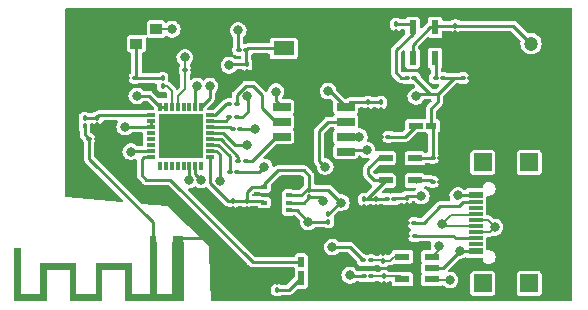
<source format=gtl>
%TF.GenerationSoftware,KiCad,Pcbnew,7.0.9*%
%TF.CreationDate,2024-05-05T23:45:12+02:00*%
%TF.ProjectId,esp32_c3_custom_board,65737033-325f-4633-935f-637573746f6d,rev?*%
%TF.SameCoordinates,Original*%
%TF.FileFunction,Copper,L1,Top*%
%TF.FilePolarity,Positive*%
%FSLAX46Y46*%
G04 Gerber Fmt 4.6, Leading zero omitted, Abs format (unit mm)*
G04 Created by KiCad (PCBNEW 7.0.9) date 2024-05-05 23:45:12*
%MOMM*%
%LPD*%
G01*
G04 APERTURE LIST*
G04 Aperture macros list*
%AMRoundRect*
0 Rectangle with rounded corners*
0 $1 Rounding radius*
0 $2 $3 $4 $5 $6 $7 $8 $9 X,Y pos of 4 corners*
0 Add a 4 corners polygon primitive as box body*
4,1,4,$2,$3,$4,$5,$6,$7,$8,$9,$2,$3,0*
0 Add four circle primitives for the rounded corners*
1,1,$1+$1,$2,$3*
1,1,$1+$1,$4,$5*
1,1,$1+$1,$6,$7*
1,1,$1+$1,$8,$9*
0 Add four rect primitives between the rounded corners*
20,1,$1+$1,$2,$3,$4,$5,0*
20,1,$1+$1,$4,$5,$6,$7,0*
20,1,$1+$1,$6,$7,$8,$9,0*
20,1,$1+$1,$8,$9,$2,$3,0*%
G04 Aperture macros list end*
%TA.AperFunction,EtchedComponent*%
%ADD10C,0.001000*%
%TD*%
%TA.AperFunction,SMDPad,CuDef*%
%ADD11RoundRect,0.100000X-0.100000X0.130000X-0.100000X-0.130000X0.100000X-0.130000X0.100000X0.130000X0*%
%TD*%
%TA.AperFunction,SMDPad,CuDef*%
%ADD12RoundRect,0.100000X-0.130000X-0.100000X0.130000X-0.100000X0.130000X0.100000X-0.130000X0.100000X0*%
%TD*%
%TA.AperFunction,SMDPad,CuDef*%
%ADD13R,1.300000X0.500000*%
%TD*%
%TA.AperFunction,SMDPad,CuDef*%
%ADD14R,0.870000X0.500000*%
%TD*%
%TA.AperFunction,SMDPad,CuDef*%
%ADD15R,0.500000X0.500000*%
%TD*%
%TA.AperFunction,SMDPad,CuDef*%
%ADD16R,0.900000X0.500000*%
%TD*%
%TA.AperFunction,SMDPad,CuDef*%
%ADD17RoundRect,0.100000X0.100000X-0.130000X0.100000X0.130000X-0.100000X0.130000X-0.100000X-0.130000X0*%
%TD*%
%TA.AperFunction,SMDPad,CuDef*%
%ADD18R,1.750000X1.200000*%
%TD*%
%TA.AperFunction,SMDPad,CuDef*%
%ADD19RoundRect,0.100000X0.130000X0.100000X-0.130000X0.100000X-0.130000X-0.100000X0.130000X-0.100000X0*%
%TD*%
%TA.AperFunction,ComponentPad*%
%ADD20C,1.200000*%
%TD*%
%TA.AperFunction,SMDPad,CuDef*%
%ADD21R,0.500000X0.350000*%
%TD*%
%TA.AperFunction,SMDPad,CuDef*%
%ADD22R,1.150000X0.600000*%
%TD*%
%TA.AperFunction,SMDPad,CuDef*%
%ADD23R,0.600000X1.200000*%
%TD*%
%TA.AperFunction,SMDPad,CuDef*%
%ADD24R,0.800000X0.300000*%
%TD*%
%TA.AperFunction,SMDPad,CuDef*%
%ADD25R,0.300000X0.800000*%
%TD*%
%TA.AperFunction,SMDPad,CuDef*%
%ADD26R,3.750000X3.750000*%
%TD*%
%TA.AperFunction,SMDPad,CuDef*%
%ADD27R,1.000000X0.900000*%
%TD*%
%TA.AperFunction,SMDPad,CuDef*%
%ADD28R,0.500000X1.300000*%
%TD*%
%TA.AperFunction,SMDPad,CuDef*%
%ADD29R,0.500000X0.870000*%
%TD*%
%TA.AperFunction,SMDPad,CuDef*%
%ADD30R,1.200000X0.600000*%
%TD*%
%TA.AperFunction,SMDPad,CuDef*%
%ADD31R,1.150000X0.300000*%
%TD*%
%TA.AperFunction,SMDPad,CuDef*%
%ADD32R,1.500000X1.500000*%
%TD*%
%TA.AperFunction,SMDPad,CuDef*%
%ADD33R,1.525000X0.650000*%
%TD*%
%TA.AperFunction,ViaPad*%
%ADD34C,0.800000*%
%TD*%
%TA.AperFunction,Conductor*%
%ADD35C,0.250000*%
%TD*%
%TA.AperFunction,Conductor*%
%ADD36C,0.200000*%
%TD*%
G04 APERTURE END LIST*
D10*
%TO.C,MonoAnt1*%
X125316400Y-155651200D02*
X124417200Y-155651200D01*
X124417200Y-155651200D02*
X124417200Y-151227600D01*
X124417200Y-151227600D02*
X125316400Y-151227600D01*
X125316400Y-151227600D02*
X125316400Y-155651200D01*
G36*
X125316400Y-155651200D02*
G01*
X124417200Y-155651200D01*
X124417200Y-151227600D01*
X125316400Y-151227600D01*
X125316400Y-155651200D01*
G37*
X125316400Y-155651200D02*
X120417200Y-155651200D01*
X120417200Y-155651200D02*
X120417200Y-156151200D01*
X120417200Y-156151200D02*
X125316400Y-156151200D01*
X125316400Y-156151200D02*
X125316400Y-155651200D01*
G36*
X125316400Y-155651200D02*
G01*
X120417200Y-155651200D01*
X120417200Y-156151200D01*
X125316400Y-156151200D01*
X125316400Y-155651200D01*
G37*
X123016400Y-155651200D02*
X122516400Y-155651200D01*
X122516400Y-155651200D02*
X122516400Y-151227600D01*
X122516400Y-151227600D02*
X123016400Y-151227600D01*
X123016400Y-151227600D02*
X123016400Y-155651200D01*
G36*
X123016400Y-155651200D02*
G01*
X122516400Y-155651200D01*
X122516400Y-151227600D01*
X123016400Y-151227600D01*
X123016400Y-155651200D01*
G37*
X120417200Y-153511200D02*
X118417200Y-153511200D01*
X118417200Y-153511200D02*
X118417200Y-153011200D01*
X118417200Y-153011200D02*
X120417200Y-153011200D01*
X120417200Y-153011200D02*
X120417200Y-153511200D01*
G36*
X120417200Y-153511200D02*
G01*
X118417200Y-153511200D01*
X118417200Y-153011200D01*
X120417200Y-153011200D01*
X120417200Y-153511200D01*
G37*
X120417200Y-153011200D02*
X120917200Y-153011200D01*
X120917200Y-153011200D02*
X120917200Y-155651200D01*
X120917200Y-155651200D02*
X120417200Y-155651200D01*
X120417200Y-155651200D02*
X120417200Y-153011200D01*
G36*
X120417200Y-153011200D02*
G01*
X120917200Y-153011200D01*
X120917200Y-155651200D01*
X120417200Y-155651200D01*
X120417200Y-153011200D01*
G37*
X118417200Y-156151200D02*
X115717200Y-156151200D01*
X115717200Y-156151200D02*
X115717200Y-155651200D01*
X115717200Y-155651200D02*
X118417200Y-155651200D01*
X118417200Y-155651200D02*
X118417200Y-156151200D01*
G36*
X118417200Y-156151200D02*
G01*
X115717200Y-156151200D01*
X115717200Y-155651200D01*
X118417200Y-155651200D01*
X118417200Y-156151200D01*
G37*
X117917200Y-153011200D02*
X118417200Y-153011200D01*
X118417200Y-153011200D02*
X118417200Y-155651200D01*
X118417200Y-155651200D02*
X117917200Y-155651200D01*
X117917200Y-155651200D02*
X117917200Y-153011200D01*
G36*
X117917200Y-153011200D02*
G01*
X118417200Y-153011200D01*
X118417200Y-155651200D01*
X117917200Y-155651200D01*
X117917200Y-153011200D01*
G37*
X115717200Y-153511200D02*
X113717200Y-153511200D01*
X113717200Y-153511200D02*
X113717200Y-153011200D01*
X113717200Y-153011200D02*
X115717200Y-153011200D01*
X115717200Y-153011200D02*
X115717200Y-153511200D01*
G36*
X115717200Y-153511200D02*
G01*
X113717200Y-153511200D01*
X113717200Y-153011200D01*
X115717200Y-153011200D01*
X115717200Y-153511200D01*
G37*
X115717200Y-153011200D02*
X116217200Y-153011200D01*
X116217200Y-153011200D02*
X116217200Y-155651200D01*
X116217200Y-155651200D02*
X115717200Y-155651200D01*
X115717200Y-155651200D02*
X115717200Y-153011200D01*
G36*
X115717200Y-153011200D02*
G01*
X116217200Y-153011200D01*
X116217200Y-155651200D01*
X115717200Y-155651200D01*
X115717200Y-153011200D01*
G37*
X113717200Y-156151200D02*
X111017200Y-156151200D01*
X111017200Y-156151200D02*
X111017200Y-155651200D01*
X111017200Y-155651200D02*
X113717200Y-155651200D01*
X113717200Y-155651200D02*
X113717200Y-156151200D01*
G36*
X113717200Y-156151200D02*
G01*
X111017200Y-156151200D01*
X111017200Y-155651200D01*
X113717200Y-155651200D01*
X113717200Y-156151200D01*
G37*
X113217200Y-153011200D02*
X113717200Y-153011200D01*
X113717200Y-153011200D02*
X113717200Y-155651200D01*
X113717200Y-155651200D02*
X113217200Y-155651200D01*
X113217200Y-155651200D02*
X113217200Y-153011200D01*
G36*
X113217200Y-153011200D02*
G01*
X113717200Y-153011200D01*
X113717200Y-155651200D01*
X113217200Y-155651200D01*
X113217200Y-153011200D01*
G37*
X111017200Y-155651200D02*
X111517200Y-155651200D01*
X111517200Y-155651200D02*
X111517200Y-151711200D01*
X111517200Y-151711200D02*
X111017200Y-151711200D01*
X111017200Y-151711200D02*
X111017200Y-155651200D01*
G36*
X111017200Y-155651200D02*
G01*
X111517200Y-155651200D01*
X111517200Y-151711200D01*
X111017200Y-151711200D01*
X111017200Y-155651200D01*
G37*
%TD*%
D11*
%TO.P,C3,1*%
%TO.N,/LNA_IN*%
X118059200Y-140685600D03*
%TO.P,C3,2*%
%TO.N,GND*%
X118059200Y-141325600D03*
%TD*%
D12*
%TO.P,C4,1*%
%TO.N,Net-(MonoAnt1-Feed)*%
X117368400Y-142463600D03*
%TO.P,C4,2*%
%TO.N,GND*%
X118008400Y-142463600D03*
%TD*%
%TO.P,R12,1*%
%TO.N,+3.3V*%
X130043400Y-134924800D03*
%TO.P,R12,2*%
%TO.N,Net-(IC1-CHIP_EN)*%
X130683400Y-134924800D03*
%TD*%
D13*
%TO.P,D1,1,K*%
%TO.N,Net-(D1-K)*%
X145039800Y-141376400D03*
D14*
%TO.P,D1,2,A*%
%TO.N,+3.3V*%
X146354800Y-141376400D03*
%TD*%
D15*
%TO.P,MonoAnt1,1,Feed*%
%TO.N,Net-(MonoAnt1-Feed)*%
X122766400Y-150977600D03*
D16*
%TO.P,MonoAnt1,2,Gnd*%
%TO.N,GND*%
X124866400Y-150977600D03*
%TD*%
D12*
%TO.P,C7,1*%
%TO.N,+3.3V*%
X146456400Y-144068800D03*
%TO.P,C7,2*%
%TO.N,GND*%
X147096400Y-144068800D03*
%TD*%
%TO.P,R7,1*%
%TO.N,Net-(IC1-GPIO19)*%
X140588600Y-152755600D03*
%TO.P,R7,2*%
%TO.N,/USB_DP*%
X141228600Y-152755600D03*
%TD*%
D11*
%TO.P,C9,1*%
%TO.N,/VBUS_Filt*%
X140650000Y-147594400D03*
%TO.P,C9,2*%
%TO.N,GND*%
X140650000Y-148234400D03*
%TD*%
D12*
%TO.P,R8,1*%
%TO.N,Net-(IC1-GPIO18)*%
X140609800Y-154127200D03*
%TO.P,R8,2*%
%TO.N,/USB_DN*%
X141249800Y-154127200D03*
%TD*%
D17*
%TO.P,C13,1*%
%TO.N,GND*%
X141020800Y-140030600D03*
%TO.P,C13,2*%
%TO.N,/VDD_SPI*%
X141020800Y-139390600D03*
%TD*%
%TO.P,R6,1*%
%TO.N,/XTAL_P*%
X123596400Y-138003200D03*
%TO.P,R6,2*%
%TO.N,Net-(Y1-CRYSTAL_1)*%
X123596400Y-137363200D03*
%TD*%
D12*
%TO.P,R1,1*%
%TO.N,Net-(IC1-SPIHD)*%
X129281400Y-145288000D03*
%TO.P,R1,2*%
%TO.N,/SPI_HD*%
X129921400Y-145288000D03*
%TD*%
D18*
%TO.P,S1,1,COM*%
%TO.N,Net-(IC1-CHIP_EN)*%
X133856400Y-134823200D03*
%TO.P,S1,2,NO*%
%TO.N,GND*%
X140106400Y-134823200D03*
%TD*%
D19*
%TO.P,R9,1*%
%TO.N,/USB_CC_1*%
X144947600Y-150723600D03*
%TO.P,R9,2*%
%TO.N,GND*%
X144307600Y-150723600D03*
%TD*%
D20*
%TO.P,JST1,1,V+*%
%TO.N,Net-(IC3-EN)*%
X154787600Y-134416800D03*
%TO.P,JST1,2,V-*%
%TO.N,GND*%
X154787600Y-136416800D03*
%TD*%
D11*
%TO.P,C5,1*%
%TO.N,/USB_DN*%
X142341600Y-154116600D03*
%TO.P,C5,2*%
%TO.N,GND*%
X142341600Y-154756600D03*
%TD*%
D19*
%TO.P,L3,1,1*%
%TO.N,+3.3V*%
X147345800Y-137312400D03*
%TO.P,L3,2,2*%
%TO.N,Net-(IC3-LX)*%
X146705800Y-137312400D03*
%TD*%
D21*
%TO.P,HM1,1,GND_1*%
%TO.N,GND*%
X134264400Y-146568400D03*
%TO.P,HM1,2,CSB*%
%TO.N,+3.3V*%
X134264400Y-147218400D03*
%TO.P,HM1,3,SDI*%
%TO.N,/SDA*%
X134264400Y-147868400D03*
%TO.P,HM1,4,SCK*%
%TO.N,/SCL*%
X134264400Y-148518400D03*
%TO.P,HM1,5,SDO*%
%TO.N,GND*%
X132214400Y-148518400D03*
%TO.P,HM1,6,VDDIO*%
%TO.N,+3.3V*%
X132214400Y-147868400D03*
%TO.P,HM1,7,GND_2*%
%TO.N,GND*%
X132214400Y-147218400D03*
%TO.P,HM1,8,VDD*%
%TO.N,+3.3V*%
X132214400Y-146568400D03*
%TD*%
D12*
%TO.P,R5,1*%
%TO.N,Net-(IC1-SPID)*%
X129255600Y-140665200D03*
%TO.P,R5,2*%
%TO.N,/SPI_D*%
X129895600Y-140665200D03*
%TD*%
D22*
%TO.P,U2,1,IN*%
%TO.N,/VBUS_Filt*%
X142472600Y-144099200D03*
%TO.P,U2,2,GND*%
%TO.N,GND*%
X142472600Y-145049200D03*
%TO.P,U2,3,EN*%
%TO.N,/VBUS_Filt*%
X142472600Y-145999200D03*
%TO.P,U2,4,BP*%
%TO.N,Net-(U2-BP)*%
X144972600Y-145999200D03*
%TO.P,U2,5,OUT*%
%TO.N,+3.3V*%
X144972600Y-144099200D03*
%TD*%
D11*
%TO.P,C10,1*%
%TO.N,VBUS*%
X144256800Y-147446600D03*
%TO.P,C10,2*%
%TO.N,GND*%
X144256800Y-148086600D03*
%TD*%
%TO.P,R14,1*%
%TO.N,+3.3V*%
X135991600Y-146772800D03*
%TO.P,R14,2*%
%TO.N,/SDA*%
X135991600Y-147412800D03*
%TD*%
%TO.P,C17,1*%
%TO.N,Net-(IC3-EN)*%
X148386800Y-132888200D03*
%TO.P,C17,2*%
%TO.N,GND*%
X148386800Y-133528200D03*
%TD*%
D12*
%TO.P,R2,1*%
%TO.N,Net-(IC1-SPIQ)*%
X129230600Y-139547600D03*
%TO.P,R2,2*%
%TO.N,/SPI_Q*%
X129870600Y-139547600D03*
%TD*%
D23*
%TO.P,IC3,1,EN*%
%TO.N,Net-(IC3-EN)*%
X144759600Y-135645200D03*
%TO.P,IC3,2,GND*%
%TO.N,GND*%
X145709600Y-135645200D03*
%TO.P,IC3,3,LX*%
%TO.N,Net-(IC3-LX)*%
X146659600Y-135645200D03*
%TO.P,IC3,4,IN*%
%TO.N,Net-(IC3-EN)*%
X146659600Y-133045200D03*
%TO.P,IC3,5,FB*%
%TO.N,Net-(IC3-FB)*%
X144759600Y-133045200D03*
%TD*%
D24*
%TO.P,IC1,1,LNA_IN*%
%TO.N,/LNA_IN*%
X122620400Y-140490000D03*
%TO.P,IC1,2,VDD3P3_1*%
%TO.N,+3.3V*%
X122620400Y-140990000D03*
%TO.P,IC1,3,VDD3P3_2*%
X122620400Y-141490000D03*
%TO.P,IC1,4,XTAL_32K_P*%
%TO.N,unconnected-(IC1-XTAL_32K_P-Pad4)*%
X122620400Y-141990000D03*
%TO.P,IC1,5,XTAL_32K_N*%
%TO.N,unconnected-(IC1-XTAL_32K_N-Pad5)*%
X122620400Y-142490000D03*
%TO.P,IC1,6,GPIO2*%
%TO.N,unconnected-(IC1-GPIO2-Pad6)*%
X122620400Y-142990000D03*
%TO.P,IC1,7,CHIP_EN*%
%TO.N,Net-(IC1-CHIP_EN)*%
X122620400Y-143490000D03*
%TO.P,IC1,8,GPIO3*%
%TO.N,/GPIO3*%
X122620400Y-143990000D03*
D25*
%TO.P,IC1,9,MTMS*%
%TO.N,unconnected-(IC1-MTMS-Pad9)*%
X123370400Y-144740000D03*
%TO.P,IC1,10,MTDI*%
%TO.N,unconnected-(IC1-MTDI-Pad10)*%
X123870400Y-144740000D03*
%TO.P,IC1,11,VDD3P3_RTC*%
%TO.N,unconnected-(IC1-VDD3P3_RTC-Pad11)*%
X124370400Y-144740000D03*
%TO.P,IC1,12,MTCK*%
%TO.N,unconnected-(IC1-MTCK-Pad12)*%
X124870400Y-144740000D03*
%TO.P,IC1,13,MTDO*%
%TO.N,unconnected-(IC1-MTDO-Pad13)*%
X125370400Y-144740000D03*
%TO.P,IC1,14,GPIO8*%
%TO.N,/SCL*%
X125870400Y-144740000D03*
%TO.P,IC1,15,GPIO9*%
%TO.N,/SDA*%
X126370400Y-144740000D03*
%TO.P,IC1,16,GPIO10*%
%TO.N,unconnected-(IC1-GPIO10-Pad16)*%
X126870400Y-144740000D03*
D24*
%TO.P,IC1,17,VDD3P3_CPU*%
%TO.N,+3.3V*%
X127620400Y-143990000D03*
%TO.P,IC1,18,VDD_SPI*%
%TO.N,/VDD_SPI*%
X127620400Y-143490000D03*
%TO.P,IC1,19,SPIHD*%
%TO.N,Net-(IC1-SPIHD)*%
X127620400Y-142990000D03*
%TO.P,IC1,20,SPIWP*%
%TO.N,Net-(IC1-SPIWP)*%
X127620400Y-142490000D03*
%TO.P,IC1,21,SPICS0*%
%TO.N,/SPI_CS*%
X127620400Y-141990000D03*
%TO.P,IC1,22,SPICLK*%
%TO.N,Net-(IC1-SPICLK)*%
X127620400Y-141490000D03*
%TO.P,IC1,23,SPID*%
%TO.N,Net-(IC1-SPID)*%
X127620400Y-140990000D03*
%TO.P,IC1,24,SPIQ*%
%TO.N,Net-(IC1-SPIQ)*%
X127620400Y-140490000D03*
D25*
%TO.P,IC1,25,GPIO18*%
%TO.N,Net-(IC1-GPIO18)*%
X126870400Y-139740000D03*
%TO.P,IC1,26,GPIO19*%
%TO.N,Net-(IC1-GPIO19)*%
X126370400Y-139740000D03*
%TO.P,IC1,27,U0RXD*%
%TO.N,unconnected-(IC1-U0RXD-Pad27)*%
X125870400Y-139740000D03*
%TO.P,IC1,28,U0TXD*%
%TO.N,unconnected-(IC1-U0TXD-Pad28)*%
X125370400Y-139740000D03*
%TO.P,IC1,29,XTAL_N*%
%TO.N,/XTAL_N*%
X124870400Y-139740000D03*
%TO.P,IC1,30,XTAL_P*%
%TO.N,/XTAL_P*%
X124370400Y-139740000D03*
%TO.P,IC1,31,VDDA_1*%
%TO.N,+3.3V*%
X123870400Y-139740000D03*
%TO.P,IC1,32,VDDA_2*%
X123370400Y-139740000D03*
D26*
%TO.P,IC1,33,GND*%
%TO.N,GND*%
X125120400Y-142240000D03*
%TD*%
D12*
%TO.P,R3,1*%
%TO.N,Net-(IC1-SPIWP)*%
X130017600Y-144373600D03*
%TO.P,R3,2*%
%TO.N,/SPI_WP*%
X130657600Y-144373600D03*
%TD*%
D11*
%TO.P,C16,1*%
%TO.N,+3.3V*%
X129590800Y-147768400D03*
%TO.P,C16,2*%
%TO.N,GND*%
X129590800Y-148408400D03*
%TD*%
D12*
%TO.P,C8,1*%
%TO.N,Net-(U2-BP)*%
X146451800Y-146100800D03*
%TO.P,C8,2*%
%TO.N,GND*%
X147091800Y-146100800D03*
%TD*%
%TO.P,C18,1*%
%TO.N,+3.3V*%
X149016800Y-137312400D03*
%TO.P,C18,2*%
%TO.N,GND*%
X149656800Y-137312400D03*
%TD*%
D19*
%TO.P,L2,1,1*%
%TO.N,VBUS*%
X143205200Y-147574000D03*
%TO.P,L2,2,2*%
%TO.N,/VBUS_Filt*%
X142565200Y-147574000D03*
%TD*%
D11*
%TO.P,C11,1*%
%TO.N,/VBUS_Filt*%
X141630400Y-147574000D03*
%TO.P,C11,2*%
%TO.N,GND*%
X141630400Y-148214000D03*
%TD*%
D12*
%TO.P,R10,1*%
%TO.N,GND*%
X144256800Y-149606000D03*
%TO.P,R10,2*%
%TO.N,/USB_CC_2*%
X144896800Y-149606000D03*
%TD*%
D27*
%TO.P,Y1,1,CRYSTAL_1*%
%TO.N,Net-(Y1-CRYSTAL_1)*%
X121387600Y-134416800D03*
%TO.P,Y1,2,GND_1*%
%TO.N,GND*%
X123037600Y-134416800D03*
%TO.P,Y1,3,CRYSTAL_2*%
%TO.N,/XTAL_N*%
X123037600Y-133190800D03*
%TO.P,Y1,4,GND_2*%
%TO.N,GND*%
X121387600Y-133190800D03*
%TD*%
D11*
%TO.P,C15,1*%
%TO.N,+3.3V*%
X130708400Y-147742600D03*
%TO.P,C15,2*%
%TO.N,GND*%
X130708400Y-148382600D03*
%TD*%
D12*
%TO.P,R4,1*%
%TO.N,Net-(IC1-SPICLK)*%
X129535400Y-141681200D03*
%TO.P,R4,2*%
%TO.N,/SPI_CLK*%
X130175400Y-141681200D03*
%TD*%
D11*
%TO.P,C14,1*%
%TO.N,Net-(IC1-CHIP_EN)*%
X130708400Y-136169000D03*
%TO.P,C14,2*%
%TO.N,GND*%
X130708400Y-136809000D03*
%TD*%
D17*
%TO.P,C6,1*%
%TO.N,/USB_DP*%
X142280000Y-152775400D03*
%TO.P,C6,2*%
%TO.N,GND*%
X142280000Y-152135400D03*
%TD*%
D28*
%TO.P,D2,1,K*%
%TO.N,Net-(D2-K)*%
X135331200Y-154223000D03*
D29*
%TO.P,D2,2,A*%
%TO.N,/GPIO3*%
X135331200Y-152908000D03*
%TD*%
D12*
%TO.P,C1,1*%
%TO.N,/XTAL_N*%
X125496400Y-136652000D03*
%TO.P,C1,2*%
%TO.N,GND*%
X126136400Y-136652000D03*
%TD*%
%TO.P,R11,1*%
%TO.N,GND*%
X142083000Y-142290800D03*
%TO.P,R11,2*%
%TO.N,Net-(D1-K)*%
X142723000Y-142290800D03*
%TD*%
D30*
%TO.P,U1,1,I/O1*%
%TO.N,/USB_DP*%
X143905600Y-152466000D03*
%TO.P,U1,2,GND*%
%TO.N,GND*%
X143905600Y-153416000D03*
%TO.P,U1,3,I/O2*%
%TO.N,/USB_DN*%
X143905600Y-154366000D03*
%TO.P,U1,4,I/O2*%
%TO.N,/USB_DN_1*%
X146405600Y-154366000D03*
%TO.P,U1,5,VBUS*%
%TO.N,VBUS*%
X146405600Y-153416000D03*
%TO.P,U1,6,I/O1*%
%TO.N,/USB_DP_1*%
X146405600Y-152466000D03*
%TD*%
D11*
%TO.P,R15,1*%
%TO.N,+3.3V*%
X137617200Y-148839400D03*
%TO.P,R15,2*%
%TO.N,/SCL*%
X137617200Y-149479400D03*
%TD*%
%TO.P,R17,1*%
%TO.N,Net-(IC3-FB)*%
X143357600Y-132791200D03*
%TO.P,R17,2*%
%TO.N,GND*%
X143357600Y-133431200D03*
%TD*%
%TO.P,R13,1*%
%TO.N,GND*%
X133299200Y-154630600D03*
%TO.P,R13,2*%
%TO.N,Net-(D2-K)*%
X133299200Y-155270600D03*
%TD*%
D12*
%TO.P,R16,1*%
%TO.N,Net-(IC3-FB)*%
X144267400Y-137312400D03*
%TO.P,R16,2*%
%TO.N,+3.3V*%
X144907400Y-137312400D03*
%TD*%
%TO.P,C2,1*%
%TO.N,GND*%
X120619600Y-137312400D03*
%TO.P,C2,2*%
%TO.N,Net-(Y1-CRYSTAL_1)*%
X121259600Y-137312400D03*
%TD*%
D22*
%TO.P,J1,A1,GND_1*%
%TO.N,GND*%
X150130200Y-152795200D03*
%TO.P,J1,A4,VBUS_1*%
%TO.N,VBUS*%
X150130200Y-151995200D03*
D31*
%TO.P,J1,A5,CC1*%
%TO.N,/USB_CC_1*%
X150130200Y-150845200D03*
%TO.P,J1,A6,DP1*%
%TO.N,/USB_DP_1*%
X150130200Y-149845200D03*
%TO.P,J1,A7,DN1*%
%TO.N,/USB_DN_1*%
X150130200Y-149345200D03*
%TO.P,J1,A8,SBU1*%
%TO.N,unconnected-(J1-SBU1-PadA8)*%
X150130200Y-148345200D03*
D22*
%TO.P,J1,A9,VBUS_2*%
%TO.N,VBUS*%
X150130200Y-147195200D03*
%TO.P,J1,A12,GND_2*%
%TO.N,GND*%
X150130200Y-146395200D03*
D31*
%TO.P,J1,B5,CC2*%
%TO.N,/USB_CC_2*%
X150130200Y-147845200D03*
%TO.P,J1,B6,DP2*%
%TO.N,/USB_DP_1*%
X150130200Y-148845200D03*
%TO.P,J1,B7,DN2*%
%TO.N,/USB_DN_1*%
X150130200Y-150345200D03*
%TO.P,J1,B8,SBU2*%
%TO.N,unconnected-(J1-SBU2-PadB8)*%
X150130200Y-151345200D03*
D32*
%TO.P,J1,MP1,MP1*%
%TO.N,unconnected-(J1-PadMP1)*%
X150705200Y-154715200D03*
%TO.P,J1,MP2,MP2*%
%TO.N,unconnected-(J1-PadMP2)*%
X150705200Y-144475200D03*
%TO.P,J1,MP3,MP3*%
%TO.N,unconnected-(J1-PadMP3)*%
X154635200Y-154715200D03*
%TO.P,J1,MP4,MP4*%
%TO.N,unconnected-(J1-PadMP4)*%
X154635200Y-144475200D03*
%TD*%
D17*
%TO.P,L1,1,1*%
%TO.N,Net-(MonoAnt1-Feed)*%
X116992400Y-141376400D03*
%TO.P,L1,2,2*%
%TO.N,/LNA_IN*%
X116992400Y-140736400D03*
%TD*%
D33*
%TO.P,IC2,1,CS#*%
%TO.N,/SPI_CS*%
X133666400Y-139750800D03*
%TO.P,IC2,2,SO_(IO1)*%
%TO.N,/SPI_Q*%
X133666400Y-141020800D03*
%TO.P,IC2,3,WP#_(IO2)*%
%TO.N,/SPI_WP*%
X133666400Y-142290800D03*
%TO.P,IC2,4,VSS*%
%TO.N,GND*%
X133666400Y-143560800D03*
%TO.P,IC2,5,SI_(IO0)*%
%TO.N,/SPI_D*%
X139090400Y-143560800D03*
%TO.P,IC2,6,SCLK*%
%TO.N,/SPI_CLK*%
X139090400Y-142290800D03*
%TO.P,IC2,7,HOLD#_(IO3)*%
%TO.N,/SPI_HD*%
X139090400Y-141020800D03*
%TO.P,IC2,8,VCC*%
%TO.N,/VDD_SPI*%
X139090400Y-139750800D03*
%TD*%
D11*
%TO.P,C12,1*%
%TO.N,/VDD_SPI*%
X142087600Y-139390600D03*
%TO.P,C12,2*%
%TO.N,GND*%
X142087600Y-140030600D03*
%TD*%
D34*
%TO.N,GND*%
X129336800Y-137972800D03*
X125120400Y-142189200D03*
%TO.N,+3.3V*%
X129997200Y-133299200D03*
X120396000Y-141478000D03*
X138734800Y-147878800D03*
X121412000Y-138836400D03*
X145034000Y-138887200D03*
%TO.N,/SDA*%
X126878800Y-145948400D03*
X137210800Y-147726400D03*
%TO.N,/SCL*%
X125868301Y-145962499D03*
X135940800Y-149504400D03*
%TO.N,Net-(IC1-CHIP_EN)*%
X129235200Y-136245600D03*
X120904000Y-143560800D03*
%TO.N,/USB_DN_1*%
X151739600Y-149961600D03*
X147929600Y-154432000D03*
%TO.N,VBUS*%
X148590000Y-147269200D03*
X148793200Y-151942800D03*
X145491200Y-147320000D03*
%TO.N,/USB_DP_1*%
X147015200Y-151569700D03*
X147218400Y-149656800D03*
%TO.N,/XTAL_N*%
X125476000Y-135585200D03*
X124409200Y-133197600D03*
%TO.N,/VDD_SPI*%
X137617200Y-138430000D03*
X128473200Y-146050000D03*
%TO.N,/SPI_CS*%
X133197600Y-138480800D03*
X130759200Y-143002000D03*
%TO.N,Net-(IC1-GPIO18)*%
X139446000Y-154025600D03*
X127609600Y-138023600D03*
%TO.N,Net-(IC1-GPIO19)*%
X126492000Y-138023600D03*
X137972800Y-151638000D03*
%TO.N,/SPI_D*%
X130770061Y-138866805D03*
X140868400Y-143408400D03*
%TO.N,/SPI_CLK*%
X140258800Y-142290800D03*
X131415301Y-141676901D03*
%TO.N,/SPI_HD*%
X132211299Y-144860499D03*
X137363200Y-144830800D03*
%TD*%
D35*
%TO.N,GND*%
X129544600Y-137972800D02*
X130708400Y-136809000D01*
X130682600Y-148408400D02*
X130708400Y-148382600D01*
X131770600Y-154630600D02*
X128042100Y-150902100D01*
X129336800Y-137972800D02*
X129544600Y-137972800D01*
X128042100Y-150902100D02*
X125181573Y-150902100D01*
X125120400Y-142240000D02*
X125120400Y-142189200D01*
X142087600Y-142286200D02*
X142083000Y-142290800D01*
X141610000Y-148234400D02*
X141630400Y-148214000D01*
X118059200Y-142412800D02*
X118008400Y-142463600D01*
X141681200Y-148209400D02*
X141630400Y-148260200D01*
X133299200Y-154630600D02*
X131770600Y-154630600D01*
%TO.N,+3.3V*%
X138734800Y-147878800D02*
X137628800Y-146772800D01*
X132214400Y-147868400D02*
X132088600Y-147742600D01*
X129590800Y-147768400D02*
X130682600Y-147768400D01*
X146426000Y-144099200D02*
X146456400Y-144068800D01*
X131155200Y-146568400D02*
X130708400Y-147015200D01*
X146913600Y-139344400D02*
X146354800Y-139903200D01*
X135797788Y-146772800D02*
X135991600Y-146772800D01*
X130682600Y-147768400D02*
X130708400Y-147742600D01*
X144907400Y-137312400D02*
X146279000Y-138684000D01*
X138734800Y-147878800D02*
X138577800Y-147878800D01*
X129997200Y-133299200D02*
X129997200Y-134878600D01*
X146456400Y-141478000D02*
X146354800Y-141376400D01*
X148285200Y-137312400D02*
X149016800Y-137312400D01*
X129997200Y-134878600D02*
X130043400Y-134924800D01*
X145237200Y-138684000D02*
X145034000Y-138887200D01*
X132088600Y-147742600D02*
X130708400Y-147742600D01*
X133400800Y-145135600D02*
X135534400Y-145135600D01*
X146279000Y-138684000D02*
X145237200Y-138684000D01*
X146279000Y-138684000D02*
X146913600Y-138684000D01*
X122620400Y-141490000D02*
X120408000Y-141490000D01*
X146456400Y-144068800D02*
X146456400Y-141478000D01*
X121412000Y-138836400D02*
X122466800Y-138836400D01*
X132214400Y-146568400D02*
X132214400Y-146322000D01*
X144972600Y-144099200D02*
X146426000Y-144099200D01*
X135352188Y-147218400D02*
X135797788Y-146772800D01*
X130708400Y-147015200D02*
X130708400Y-147742600D01*
X123870400Y-139740000D02*
X123370400Y-139740000D01*
X146431400Y-144099200D02*
X146451800Y-144119600D01*
X129590800Y-147768400D02*
X129166295Y-147768400D01*
X147345800Y-137312400D02*
X148285200Y-137312400D01*
X138577800Y-147878800D02*
X137617200Y-148839400D01*
X129166295Y-147768400D02*
X127620400Y-146222505D01*
X134264400Y-147218400D02*
X135352188Y-147218400D01*
X122466800Y-138836400D02*
X123370400Y-139740000D01*
X146913600Y-138684000D02*
X148285200Y-137312400D01*
X132214400Y-146568400D02*
X131155200Y-146568400D01*
X135534400Y-145135600D02*
X135991600Y-145592800D01*
X127620400Y-146222505D02*
X127620400Y-143990000D01*
X135991600Y-145592800D02*
X135991600Y-146772800D01*
X122620400Y-140990000D02*
X122620400Y-141490000D01*
X146354800Y-139903200D02*
X146354800Y-141376400D01*
X137628800Y-146772800D02*
X135991600Y-146772800D01*
X146913600Y-138684000D02*
X146913600Y-139344400D01*
X120408000Y-141490000D02*
X120396000Y-141478000D01*
X132214400Y-146322000D02*
X133400800Y-145135600D01*
%TO.N,/SDA*%
X126370400Y-145440000D02*
X126370400Y-144740000D01*
X135991600Y-147412800D02*
X135536000Y-147868400D01*
X126878800Y-145948400D02*
X126370400Y-145440000D01*
X135991600Y-147412800D02*
X136897200Y-147412800D01*
X135536000Y-147868400D02*
X134264400Y-147868400D01*
X136897200Y-147412800D02*
X137210800Y-147726400D01*
%TO.N,/SCL*%
X134264400Y-148518400D02*
X134954800Y-148518400D01*
X134954800Y-148518400D02*
X135940800Y-149504400D01*
X137617200Y-149479400D02*
X135965800Y-149479400D01*
X135965800Y-149479400D02*
X135940800Y-149504400D01*
X125868301Y-144742099D02*
X125870400Y-144740000D01*
X125868301Y-145962499D02*
X125868301Y-144742099D01*
%TO.N,Net-(IC1-CHIP_EN)*%
X130785000Y-134823200D02*
X130683400Y-134924800D01*
X130683400Y-136144000D02*
X130708400Y-136169000D01*
X120974800Y-143490000D02*
X122620400Y-143490000D01*
X130708400Y-136169000D02*
X129311800Y-136169000D01*
X133856400Y-134823200D02*
X130785000Y-134823200D01*
X129311800Y-136169000D02*
X129235200Y-136245600D01*
X120904000Y-143560800D02*
X120974800Y-143490000D01*
X130683400Y-134924800D02*
X130683400Y-136144000D01*
D36*
%TO.N,/USB_DP*%
X142880600Y-152775400D02*
X142280000Y-152775400D01*
X142260200Y-152755600D02*
X142280000Y-152775400D01*
X143905600Y-152466000D02*
X143190000Y-152466000D01*
X141228600Y-152755600D02*
X142260200Y-152755600D01*
X143190000Y-152466000D02*
X142880600Y-152775400D01*
%TO.N,/USB_DN*%
X142341600Y-154116600D02*
X141260400Y-154116600D01*
X141260400Y-154116600D02*
X141249800Y-154127200D01*
X143905600Y-154366000D02*
X143656200Y-154116600D01*
X143656200Y-154116600D02*
X142341600Y-154116600D01*
%TO.N,/USB_DN_1*%
X151356000Y-150345200D02*
X151739600Y-149961600D01*
X150130200Y-150345200D02*
X151356000Y-150345200D01*
X146471600Y-154432000D02*
X146405600Y-154366000D01*
X150130200Y-149345200D02*
X151123200Y-149345200D01*
X151123200Y-149345200D02*
X151739600Y-149961600D01*
X147929600Y-154432000D02*
X146471600Y-154432000D01*
D35*
%TO.N,VBUS*%
X145491200Y-147320000D02*
X144383400Y-147320000D01*
X148590000Y-147269200D02*
X150056200Y-147269200D01*
X147320000Y-153416000D02*
X146405600Y-153416000D01*
X150130200Y-151995200D02*
X148845600Y-151995200D01*
X148793200Y-151942800D02*
X147320000Y-153416000D01*
X148412600Y-147446600D02*
X148590000Y-147269200D01*
X144256800Y-147446600D02*
X143332600Y-147446600D01*
X143332600Y-147446600D02*
X143205200Y-147574000D01*
X150056200Y-147269200D02*
X150130200Y-147195200D01*
X148845600Y-151995200D02*
X148793200Y-151942800D01*
X144383400Y-147320000D02*
X144256800Y-147446600D01*
D36*
%TO.N,/USB_DP_1*%
X147406800Y-149845200D02*
X147218400Y-149656800D01*
X147980000Y-148895200D02*
X147218400Y-149656800D01*
X147015200Y-151856400D02*
X146405600Y-152466000D01*
X147015200Y-151569700D02*
X147015200Y-151856400D01*
X150130200Y-148845200D02*
X150130200Y-148878600D01*
X150130200Y-148878600D02*
X150113600Y-148895200D01*
X150130200Y-149845200D02*
X147406800Y-149845200D01*
X150113600Y-148895200D02*
X147980000Y-148895200D01*
D35*
%TO.N,/VBUS_Filt*%
X141528800Y-145999200D02*
X141020800Y-145491200D01*
X141897600Y-144099200D02*
X142472600Y-144099200D01*
X140650000Y-147594400D02*
X140877400Y-147594400D01*
X142565200Y-147574000D02*
X141630400Y-147574000D01*
X141630400Y-147574000D02*
X140670400Y-147574000D01*
X140670400Y-147574000D02*
X140650000Y-147594400D01*
X141020800Y-145491200D02*
X141020800Y-144976000D01*
X142472600Y-145999200D02*
X141528800Y-145999200D01*
X141020800Y-144976000D02*
X141897600Y-144099200D01*
X140877400Y-147594400D02*
X142472600Y-145999200D01*
%TO.N,Net-(U2-BP)*%
X144972600Y-145999200D02*
X146350200Y-145999200D01*
X145074200Y-146100800D02*
X144972600Y-145999200D01*
X146350200Y-145999200D02*
X146451800Y-146100800D01*
%TO.N,Net-(Y1-CRYSTAL_1)*%
X121767600Y-137363200D02*
X121716800Y-137312400D01*
X121716800Y-137312400D02*
X121259600Y-137312400D01*
X121387600Y-134416800D02*
X121387600Y-137184400D01*
X121387600Y-137184400D02*
X121259600Y-137312400D01*
X123596400Y-137363200D02*
X121767600Y-137363200D01*
D36*
%TO.N,/XTAL_N*%
X124870400Y-138883200D02*
X125496400Y-138257200D01*
X124409200Y-133197600D02*
X123044400Y-133197600D01*
X125496400Y-136652000D02*
X125496400Y-135605600D01*
X125496400Y-135605600D02*
X125476000Y-135585200D01*
X123044400Y-133197600D02*
X123037600Y-133190800D01*
X125496400Y-138257200D02*
X125496400Y-136652000D01*
X124870400Y-139740000D02*
X124870400Y-138883200D01*
D35*
%TO.N,/LNA_IN*%
X118059200Y-140685600D02*
X118254800Y-140490000D01*
X117043200Y-140685600D02*
X116992400Y-140736400D01*
X118059200Y-140685600D02*
X117043200Y-140685600D01*
X118254800Y-140490000D02*
X122620400Y-140490000D01*
%TO.N,/VDD_SPI*%
X137769600Y-138430000D02*
X139090400Y-139750800D01*
X127620400Y-143490000D02*
X127645400Y-143465000D01*
X128159004Y-143465000D02*
X128473200Y-143779196D01*
X139090400Y-139750800D02*
X139450600Y-139390600D01*
X139450600Y-139390600D02*
X141020800Y-139390600D01*
X137617200Y-138430000D02*
X137769600Y-138430000D01*
X142087600Y-139390600D02*
X141020800Y-139390600D01*
X127645400Y-143465000D02*
X128159004Y-143465000D01*
X128473200Y-143779196D02*
X128473200Y-146050000D01*
%TO.N,Net-(D1-K)*%
X144125400Y-142290800D02*
X145039800Y-141376400D01*
X142723000Y-142290800D02*
X144125400Y-142290800D01*
%TO.N,Net-(D2-K)*%
X135331200Y-154223000D02*
X134283600Y-155270600D01*
X134283600Y-155270600D02*
X133299200Y-155270600D01*
%TO.N,/GPIO3*%
X122049600Y-143990000D02*
X121818400Y-144221200D01*
X131216400Y-152908000D02*
X135331200Y-152908000D01*
X122620400Y-143990000D02*
X122049600Y-143990000D01*
X121818400Y-145542000D02*
X122224800Y-145948400D01*
X124256800Y-145948400D02*
X131216400Y-152908000D01*
X121818400Y-144221200D02*
X121818400Y-145542000D01*
X122224800Y-145948400D02*
X124256800Y-145948400D01*
%TO.N,Net-(IC1-SPIHD)*%
X129281400Y-143951000D02*
X128320400Y-142990000D01*
X128320400Y-142990000D02*
X127620400Y-142990000D01*
X129281400Y-145288000D02*
X129281400Y-143951000D01*
%TO.N,Net-(IC1-SPIWP)*%
X130017600Y-144373600D02*
X130017600Y-143987600D01*
X128520000Y-142490000D02*
X127620400Y-142490000D01*
X130017600Y-143987600D02*
X128520000Y-142490000D01*
%TO.N,/SPI_CS*%
X128704404Y-141990000D02*
X127620400Y-141990000D01*
X130759200Y-143002000D02*
X129716404Y-143002000D01*
X133197600Y-138480800D02*
X133197600Y-139282000D01*
X133197600Y-139282000D02*
X133666400Y-139750800D01*
X129716404Y-143002000D02*
X128704404Y-141990000D01*
%TO.N,Net-(IC1-SPICLK)*%
X129344200Y-141490000D02*
X127620400Y-141490000D01*
X129535400Y-141681200D02*
X129344200Y-141490000D01*
%TO.N,Net-(IC1-SPID)*%
X128930800Y-140990000D02*
X127620400Y-140990000D01*
X129255600Y-140665200D02*
X128930800Y-140990000D01*
%TO.N,Net-(IC1-SPIQ)*%
X128038800Y-140490000D02*
X127620400Y-140490000D01*
X128981200Y-139547600D02*
X128038800Y-140490000D01*
X127648400Y-140462000D02*
X127620400Y-140490000D01*
X129230600Y-139547600D02*
X128981200Y-139547600D01*
%TO.N,Net-(IC1-GPIO18)*%
X139547600Y-154127200D02*
X139446000Y-154025600D01*
X127609600Y-138023600D02*
X127609600Y-139000800D01*
X127609600Y-139000800D02*
X126870400Y-139740000D01*
X140609800Y-154127200D02*
X139547600Y-154127200D01*
%TO.N,Net-(IC1-GPIO19)*%
X137972800Y-151638000D02*
X139471000Y-151638000D01*
X126370400Y-138145200D02*
X126370400Y-139740000D01*
X139471000Y-151638000D02*
X140588600Y-152755600D01*
X126492000Y-138023600D02*
X126370400Y-138145200D01*
D36*
%TO.N,/XTAL_P*%
X123596400Y-138003200D02*
X123931600Y-138003200D01*
X123931600Y-138003200D02*
X124370400Y-138442000D01*
X124370400Y-138442000D02*
X124370400Y-139740000D01*
D35*
%TO.N,/SPI_Q*%
X131216400Y-137972800D02*
X130638761Y-137972800D01*
X133198900Y-141020800D02*
X132029200Y-139851100D01*
X132029200Y-138785600D02*
X131216400Y-137972800D01*
X132029200Y-139851100D02*
X132029200Y-138785600D01*
X133666400Y-141020800D02*
X133198900Y-141020800D01*
X129870600Y-138740961D02*
X129870600Y-139547600D01*
X130638761Y-137972800D02*
X129870600Y-138740961D01*
%TO.N,/SPI_WP*%
X131146100Y-144373600D02*
X130657600Y-144373600D01*
X133666400Y-142290800D02*
X133228900Y-142290800D01*
X133228900Y-142290800D02*
X131146100Y-144373600D01*
%TO.N,/SPI_D*%
X140868400Y-143408400D02*
X139242800Y-143408400D01*
X130352800Y-140665200D02*
X130810000Y-140208000D01*
X129895600Y-140665200D02*
X130352800Y-140665200D01*
X130810000Y-140208000D02*
X130810000Y-138906744D01*
X130810000Y-138906744D02*
X130770061Y-138866805D01*
X139242800Y-143408400D02*
X139090400Y-143560800D01*
%TO.N,/SPI_CLK*%
X131415301Y-141676901D02*
X130179699Y-141676901D01*
X130179699Y-141676901D02*
X130175400Y-141681200D01*
X139090400Y-142290800D02*
X140258800Y-142290800D01*
%TO.N,/SPI_HD*%
X136855200Y-144322800D02*
X136855200Y-141782800D01*
X137363200Y-144830800D02*
X136855200Y-144322800D01*
X131783798Y-145288000D02*
X129921400Y-145288000D01*
X132211299Y-144860499D02*
X131783798Y-145288000D01*
X137617200Y-141020800D02*
X139090400Y-141020800D01*
X136855200Y-141782800D02*
X137617200Y-141020800D01*
%TO.N,/USB_CC_1*%
X148356000Y-150845200D02*
X148234400Y-150723600D01*
X148234400Y-150723600D02*
X144947600Y-150723600D01*
X150130200Y-150845200D02*
X148356000Y-150845200D01*
%TO.N,/USB_CC_2*%
X149039305Y-147845200D02*
X148700905Y-148183600D01*
X150130200Y-147845200D02*
X149039305Y-147845200D01*
X145694400Y-149606000D02*
X144896800Y-149606000D01*
X147116800Y-148183600D02*
X145694400Y-149606000D01*
X148700905Y-148183600D02*
X147116800Y-148183600D01*
%TO.N,Net-(MonoAnt1-Feed)*%
X116992400Y-141376400D02*
X116992400Y-142087600D01*
X122766400Y-149538000D02*
X122766400Y-150902100D01*
X117368400Y-142463600D02*
X117368400Y-144140000D01*
X116992400Y-142087600D02*
X117368400Y-142463600D01*
X117368400Y-144140000D02*
X122766400Y-149538000D01*
%TO.N,Net-(IC3-EN)*%
X148386800Y-132888200D02*
X146816600Y-132888200D01*
X146202400Y-133045200D02*
X144759600Y-134488000D01*
X148386800Y-132888200D02*
X153259000Y-132888200D01*
X153259000Y-132888200D02*
X154787600Y-134416800D01*
X144759600Y-134488000D02*
X144759600Y-135645200D01*
X146816600Y-132888200D02*
X146659600Y-133045200D01*
X146659600Y-133045200D02*
X146202400Y-133045200D01*
%TO.N,Net-(IC3-LX)*%
X146705800Y-135691400D02*
X146659600Y-135645200D01*
X146705800Y-137312400D02*
X146705800Y-135691400D01*
%TO.N,Net-(IC3-FB)*%
X143357600Y-132791200D02*
X144505600Y-132791200D01*
X143357600Y-136855200D02*
X143814800Y-137312400D01*
X143357600Y-134975600D02*
X143357600Y-136855200D01*
X143814800Y-137312400D02*
X144267400Y-137312400D01*
X144505600Y-132791200D02*
X144759600Y-133045200D01*
X144759600Y-133045200D02*
X144759600Y-133573600D01*
X144759600Y-133573600D02*
X143357600Y-134975600D01*
%TD*%
%TA.AperFunction,Conductor*%
%TO.N,GND*%
G36*
X158240139Y-131434985D02*
G01*
X158285894Y-131487789D01*
X158297100Y-131539300D01*
X158297100Y-156090300D01*
X158277415Y-156157339D01*
X158224611Y-156203094D01*
X158173100Y-156214300D01*
X127823734Y-156214300D01*
X127756695Y-156194615D01*
X127710940Y-156141811D01*
X127699846Y-156095572D01*
X127635761Y-154589589D01*
X127508000Y-151587200D01*
X127507999Y-151587199D01*
X127507999Y-151587198D01*
X124002799Y-148183599D01*
X124002800Y-148183599D01*
X121852940Y-147982443D01*
X121788026Y-147956598D01*
X121776811Y-147946663D01*
X117830219Y-144000071D01*
X117796734Y-143938748D01*
X117793900Y-143912390D01*
X117793900Y-142885854D01*
X117813585Y-142818815D01*
X117820778Y-142809889D01*
X117820711Y-142809841D01*
X117826442Y-142801949D01*
X117826450Y-142801942D01*
X117884046Y-142688904D01*
X117884046Y-142688902D01*
X117884047Y-142688901D01*
X117898899Y-142595124D01*
X117898900Y-142595119D01*
X117898899Y-142332082D01*
X117884046Y-142238296D01*
X117826450Y-142125258D01*
X117826446Y-142125254D01*
X117826445Y-142125252D01*
X117736747Y-142035554D01*
X117736744Y-142035552D01*
X117736742Y-142035550D01*
X117643399Y-141987989D01*
X117623701Y-141977952D01*
X117525107Y-141962337D01*
X117525368Y-141960684D01*
X117466883Y-141938394D01*
X117425412Y-141882163D01*
X117417900Y-141839659D01*
X117417900Y-141779515D01*
X117431416Y-141723220D01*
X117478046Y-141631704D01*
X117478046Y-141631702D01*
X117478047Y-141631701D01*
X117492899Y-141537924D01*
X117492900Y-141537919D01*
X117492899Y-141235099D01*
X117512583Y-141168061D01*
X117565387Y-141122306D01*
X117616899Y-141111100D01*
X117636945Y-141111100D01*
X117703984Y-141130785D01*
X117712910Y-141137978D01*
X117712959Y-141137911D01*
X117720853Y-141143645D01*
X117720858Y-141143650D01*
X117822725Y-141195554D01*
X117833898Y-141201247D01*
X117927675Y-141216099D01*
X117927681Y-141216100D01*
X118190718Y-141216099D01*
X118284504Y-141201246D01*
X118397542Y-141143650D01*
X118487250Y-141053942D01*
X118523293Y-140983203D01*
X118571267Y-140932409D01*
X118633777Y-140915500D01*
X119696832Y-140915500D01*
X119763871Y-140935185D01*
X119809626Y-140987989D01*
X119819570Y-141057147D01*
X119798882Y-141109938D01*
X119789334Y-141123773D01*
X119771181Y-141150071D01*
X119710860Y-141309125D01*
X119710859Y-141309130D01*
X119690355Y-141478000D01*
X119710859Y-141646869D01*
X119710860Y-141646874D01*
X119771182Y-141805931D01*
X119823802Y-141882163D01*
X119867817Y-141945929D01*
X119951660Y-142020207D01*
X119995150Y-142058736D01*
X120138327Y-142133881D01*
X120145775Y-142137790D01*
X120310944Y-142178500D01*
X120481056Y-142178500D01*
X120646225Y-142137790D01*
X120796852Y-142058734D01*
X120904801Y-141963100D01*
X120923330Y-141946685D01*
X120986563Y-141916963D01*
X121005557Y-141915500D01*
X121795900Y-141915500D01*
X121862939Y-141935185D01*
X121908694Y-141987989D01*
X121919900Y-142039499D01*
X121919900Y-142184855D01*
X121919902Y-142184882D01*
X121923889Y-142219258D01*
X121922126Y-142219462D01*
X121922126Y-142260540D01*
X121923890Y-142260745D01*
X121919900Y-142295131D01*
X121919900Y-142684856D01*
X121919902Y-142684882D01*
X121923889Y-142719258D01*
X121922126Y-142719462D01*
X121922126Y-142760540D01*
X121923890Y-142760745D01*
X121922815Y-142770008D01*
X121922815Y-142770009D01*
X121919900Y-142795135D01*
X121919900Y-142919133D01*
X121919901Y-142940499D01*
X121900217Y-143007539D01*
X121847413Y-143053294D01*
X121795901Y-143064500D01*
X121447186Y-143064500D01*
X121380147Y-143044815D01*
X121364959Y-143033316D01*
X121342570Y-143013481D01*
X121304852Y-142980066D01*
X121304850Y-142980065D01*
X121304849Y-142980064D01*
X121154226Y-142901010D01*
X120989056Y-142860300D01*
X120818944Y-142860300D01*
X120653773Y-142901010D01*
X120503150Y-142980063D01*
X120375816Y-143092872D01*
X120279182Y-143232868D01*
X120218860Y-143391925D01*
X120218859Y-143391930D01*
X120198355Y-143560800D01*
X120218859Y-143729669D01*
X120218860Y-143729674D01*
X120279182Y-143888731D01*
X120312695Y-143937282D01*
X120375817Y-144028729D01*
X120442804Y-144088074D01*
X120503150Y-144141536D01*
X120628630Y-144207393D01*
X120653775Y-144220590D01*
X120818944Y-144261300D01*
X120989056Y-144261300D01*
X121154225Y-144220590D01*
X121211274Y-144190647D01*
X121279781Y-144176922D01*
X121344835Y-144202414D01*
X121385780Y-144259029D01*
X121392900Y-144300444D01*
X121392900Y-145609394D01*
X121400362Y-145632358D01*
X121404903Y-145651273D01*
X121405420Y-145654536D01*
X121408681Y-145675127D01*
X121419643Y-145696641D01*
X121427088Y-145714615D01*
X121434550Y-145737580D01*
X121448740Y-145757110D01*
X121458908Y-145773703D01*
X121469870Y-145795218D01*
X121469872Y-145795220D01*
X121493846Y-145819194D01*
X121876272Y-146201620D01*
X121971580Y-146296928D01*
X121993100Y-146307893D01*
X122009675Y-146318049D01*
X122029219Y-146332249D01*
X122052181Y-146339709D01*
X122070154Y-146347153D01*
X122091674Y-146358119D01*
X122115524Y-146361895D01*
X122134445Y-146366439D01*
X122156289Y-146373536D01*
X122157407Y-146373900D01*
X122191312Y-146373900D01*
X124029190Y-146373900D01*
X124096229Y-146393585D01*
X124116871Y-146410219D01*
X130867872Y-153161220D01*
X130963180Y-153256528D01*
X130984696Y-153267491D01*
X131001278Y-153277653D01*
X131020819Y-153291850D01*
X131043783Y-153299311D01*
X131061762Y-153306757D01*
X131083274Y-153317719D01*
X131107121Y-153321495D01*
X131126043Y-153326039D01*
X131149001Y-153333499D01*
X131149007Y-153333500D01*
X131182912Y-153333500D01*
X134667718Y-153333500D01*
X134734757Y-153353185D01*
X134780512Y-153405989D01*
X134781217Y-153407560D01*
X134781437Y-153408060D01*
X134790419Y-153477350D01*
X134785558Y-153493871D01*
X134786064Y-153494009D01*
X134783615Y-153503009D01*
X134780700Y-153528131D01*
X134780700Y-154120390D01*
X134761015Y-154187429D01*
X134744381Y-154208071D01*
X134143671Y-154808781D01*
X134082348Y-154842266D01*
X134055990Y-154845100D01*
X133721455Y-154845100D01*
X133654416Y-154825415D01*
X133645489Y-154818221D01*
X133645441Y-154818289D01*
X133637545Y-154812553D01*
X133637542Y-154812550D01*
X133560717Y-154773405D01*
X133524501Y-154754952D01*
X133430724Y-154740100D01*
X133167682Y-154740100D01*
X133086719Y-154752923D01*
X133073896Y-154754954D01*
X132960858Y-154812550D01*
X132960857Y-154812551D01*
X132960852Y-154812554D01*
X132871154Y-154902252D01*
X132871151Y-154902257D01*
X132871150Y-154902258D01*
X132863025Y-154918205D01*
X132813552Y-155015298D01*
X132798700Y-155109075D01*
X132798700Y-155432117D01*
X132809492Y-155500257D01*
X132813554Y-155525904D01*
X132871150Y-155638942D01*
X132871152Y-155638944D01*
X132871154Y-155638947D01*
X132960852Y-155728645D01*
X132960854Y-155728646D01*
X132960858Y-155728650D01*
X133073894Y-155786245D01*
X133073898Y-155786247D01*
X133167675Y-155801099D01*
X133167681Y-155801100D01*
X133430718Y-155801099D01*
X133524504Y-155786246D01*
X133637542Y-155728650D01*
X133637549Y-155728642D01*
X133645441Y-155722911D01*
X133647072Y-155725157D01*
X133695097Y-155698934D01*
X133721455Y-155696100D01*
X134350992Y-155696100D01*
X134350993Y-155696100D01*
X134373960Y-155688636D01*
X134392876Y-155684095D01*
X134416726Y-155680319D01*
X134438236Y-155669357D01*
X134456214Y-155661910D01*
X134479181Y-155654449D01*
X134498718Y-155640253D01*
X134515306Y-155630088D01*
X134536820Y-155619128D01*
X134632128Y-155523820D01*
X134632128Y-155523819D01*
X134645891Y-155510056D01*
X149654700Y-155510056D01*
X149654702Y-155510082D01*
X149657613Y-155535187D01*
X149657615Y-155535191D01*
X149702993Y-155637964D01*
X149702994Y-155637965D01*
X149782435Y-155717406D01*
X149885209Y-155762785D01*
X149910335Y-155765700D01*
X151500064Y-155765699D01*
X151500079Y-155765697D01*
X151500082Y-155765697D01*
X151525187Y-155762786D01*
X151525188Y-155762785D01*
X151525191Y-155762785D01*
X151627965Y-155717406D01*
X151707406Y-155637965D01*
X151752785Y-155535191D01*
X151755700Y-155510065D01*
X151755700Y-155510056D01*
X153584700Y-155510056D01*
X153584702Y-155510082D01*
X153587613Y-155535187D01*
X153587615Y-155535191D01*
X153632993Y-155637964D01*
X153632994Y-155637965D01*
X153712435Y-155717406D01*
X153815209Y-155762785D01*
X153840335Y-155765700D01*
X155430064Y-155765699D01*
X155430079Y-155765697D01*
X155430082Y-155765697D01*
X155455187Y-155762786D01*
X155455188Y-155762785D01*
X155455191Y-155762785D01*
X155557965Y-155717406D01*
X155637406Y-155637965D01*
X155682785Y-155535191D01*
X155685700Y-155510065D01*
X155685699Y-153920336D01*
X155685697Y-153920317D01*
X155682786Y-153895212D01*
X155682785Y-153895210D01*
X155682785Y-153895209D01*
X155637406Y-153792435D01*
X155557965Y-153712994D01*
X155534391Y-153702585D01*
X155455192Y-153667615D01*
X155430065Y-153664700D01*
X153840343Y-153664700D01*
X153840317Y-153664702D01*
X153815212Y-153667613D01*
X153815208Y-153667615D01*
X153712435Y-153712993D01*
X153632994Y-153792434D01*
X153587615Y-153895206D01*
X153587615Y-153895208D01*
X153584700Y-153920331D01*
X153584700Y-155510056D01*
X151755700Y-155510056D01*
X151755699Y-153920336D01*
X151755697Y-153920317D01*
X151752786Y-153895212D01*
X151752785Y-153895210D01*
X151752785Y-153895209D01*
X151707406Y-153792435D01*
X151627965Y-153712994D01*
X151604391Y-153702585D01*
X151525192Y-153667615D01*
X151500065Y-153664700D01*
X149910343Y-153664700D01*
X149910317Y-153664702D01*
X149885212Y-153667613D01*
X149885208Y-153667615D01*
X149782435Y-153712993D01*
X149702994Y-153792434D01*
X149657615Y-153895206D01*
X149657615Y-153895208D01*
X149654700Y-153920331D01*
X149654700Y-155510056D01*
X134645891Y-155510056D01*
X134946130Y-155209816D01*
X135007451Y-155176333D01*
X135033809Y-155173499D01*
X135036326Y-155173499D01*
X135036335Y-155173500D01*
X135626064Y-155173499D01*
X135626079Y-155173497D01*
X135626082Y-155173497D01*
X135651187Y-155170586D01*
X135651188Y-155170585D01*
X135651191Y-155170585D01*
X135753965Y-155125206D01*
X135833406Y-155045765D01*
X135878785Y-154942991D01*
X135881700Y-154917865D01*
X135881699Y-154025600D01*
X138740355Y-154025600D01*
X138760859Y-154194469D01*
X138760860Y-154194474D01*
X138821182Y-154353531D01*
X138875346Y-154432000D01*
X138917817Y-154493529D01*
X139009382Y-154574648D01*
X139045150Y-154606336D01*
X139195773Y-154685389D01*
X139195775Y-154685390D01*
X139360944Y-154726100D01*
X139531056Y-154726100D01*
X139696225Y-154685390D01*
X139785547Y-154638509D01*
X139846845Y-154606338D01*
X139846847Y-154606336D01*
X139846852Y-154606334D01*
X139872192Y-154583885D01*
X139935424Y-154554163D01*
X139954419Y-154552700D01*
X140206684Y-154552700D01*
X140262976Y-154566214D01*
X140346098Y-154608567D01*
X140354498Y-154612847D01*
X140448275Y-154627699D01*
X140448281Y-154627700D01*
X140771318Y-154627699D01*
X140865104Y-154612846D01*
X140873503Y-154608566D01*
X140942168Y-154595667D01*
X140986094Y-154608565D01*
X140994496Y-154612846D01*
X140994498Y-154612846D01*
X140994500Y-154612847D01*
X141088275Y-154627699D01*
X141088281Y-154627700D01*
X141411318Y-154627699D01*
X141505104Y-154612846D01*
X141618142Y-154555250D01*
X141618147Y-154555245D01*
X141619974Y-154553419D01*
X141622742Y-154551907D01*
X141626041Y-154549511D01*
X141626350Y-154549937D01*
X141681297Y-154519934D01*
X141707655Y-154517100D01*
X141894345Y-154517100D01*
X141961384Y-154536785D01*
X141982026Y-154553419D01*
X142003252Y-154574645D01*
X142003254Y-154574646D01*
X142003258Y-154574650D01*
X142107372Y-154627699D01*
X142116298Y-154632247D01*
X142210075Y-154647099D01*
X142210081Y-154647100D01*
X142473118Y-154647099D01*
X142566904Y-154632246D01*
X142679942Y-154574650D01*
X142688377Y-154566215D01*
X142701174Y-154553419D01*
X142762497Y-154519934D01*
X142788855Y-154517100D01*
X142881101Y-154517100D01*
X142948140Y-154536785D01*
X142993895Y-154589589D01*
X143005101Y-154641100D01*
X143005101Y-154710856D01*
X143005102Y-154710882D01*
X143008013Y-154735987D01*
X143008015Y-154735991D01*
X143053393Y-154838764D01*
X143053394Y-154838765D01*
X143132835Y-154918206D01*
X143235609Y-154963585D01*
X143260735Y-154966500D01*
X144550464Y-154966499D01*
X144550479Y-154966497D01*
X144550482Y-154966497D01*
X144575587Y-154963586D01*
X144575588Y-154963585D01*
X144575591Y-154963585D01*
X144678365Y-154918206D01*
X144757806Y-154838765D01*
X144803185Y-154735991D01*
X144806100Y-154710865D01*
X144806099Y-154021136D01*
X144806097Y-154021117D01*
X144803186Y-153996012D01*
X144803185Y-153996010D01*
X144803185Y-153996009D01*
X144757806Y-153893235D01*
X144678365Y-153813794D01*
X144674755Y-153812200D01*
X144575592Y-153768415D01*
X144550468Y-153765500D01*
X144550465Y-153765500D01*
X143890070Y-153765500D01*
X143850333Y-153755962D01*
X143849568Y-153758319D01*
X143840290Y-153755304D01*
X143831650Y-153752497D01*
X143819218Y-153748457D01*
X143801245Y-153741012D01*
X143781507Y-153730955D01*
X143781504Y-153730954D01*
X143759618Y-153727487D01*
X143740707Y-153722946D01*
X143719639Y-153716101D01*
X143719634Y-153716100D01*
X143719633Y-153716100D01*
X143719629Y-153716100D01*
X142788855Y-153716100D01*
X142721816Y-153696415D01*
X142701174Y-153679781D01*
X142679947Y-153658554D01*
X142679944Y-153658552D01*
X142679942Y-153658550D01*
X142580299Y-153607779D01*
X142566901Y-153600952D01*
X142473124Y-153586100D01*
X142210082Y-153586100D01*
X142129119Y-153598923D01*
X142116296Y-153600954D01*
X142003258Y-153658550D01*
X142003257Y-153658551D01*
X142003252Y-153658554D01*
X141982026Y-153679781D01*
X141920703Y-153713266D01*
X141894345Y-153716100D01*
X141681177Y-153716100D01*
X141624882Y-153702585D01*
X141618143Y-153699151D01*
X141618142Y-153699150D01*
X141505104Y-153641554D01*
X141505103Y-153641553D01*
X141505100Y-153641552D01*
X141505101Y-153641552D01*
X141411324Y-153626700D01*
X141088282Y-153626700D01*
X140994493Y-153641554D01*
X140994488Y-153641556D01*
X140986089Y-153645836D01*
X140917420Y-153658730D01*
X140873509Y-153645836D01*
X140865102Y-153641553D01*
X140771324Y-153626700D01*
X140448282Y-153626700D01*
X140367319Y-153639523D01*
X140354496Y-153641554D01*
X140262976Y-153688185D01*
X140206684Y-153701700D01*
X140138679Y-153701700D01*
X140071640Y-153682015D01*
X140036631Y-153648141D01*
X139974183Y-153557671D01*
X139902322Y-153494008D01*
X139846849Y-153444863D01*
X139696226Y-153365810D01*
X139531056Y-153325100D01*
X139360944Y-153325100D01*
X139195773Y-153365810D01*
X139045150Y-153444863D01*
X138917816Y-153557672D01*
X138821182Y-153697668D01*
X138760860Y-153856725D01*
X138760859Y-153856730D01*
X138740355Y-154025600D01*
X135881699Y-154025600D01*
X135881699Y-153528136D01*
X135881349Y-153525116D01*
X135878786Y-153503014D01*
X135876336Y-153494008D01*
X135879085Y-153493259D01*
X135871955Y-153438808D01*
X135876853Y-153422128D01*
X135876337Y-153421988D01*
X135878784Y-153412993D01*
X135878783Y-153412993D01*
X135878785Y-153412991D01*
X135881700Y-153387865D01*
X135881699Y-152428136D01*
X135879432Y-152408586D01*
X135878786Y-152403012D01*
X135878785Y-152403010D01*
X135878785Y-152403009D01*
X135833406Y-152300235D01*
X135753965Y-152220794D01*
X135725311Y-152208142D01*
X135651192Y-152175415D01*
X135626065Y-152172500D01*
X135036343Y-152172500D01*
X135036317Y-152172502D01*
X135011212Y-152175413D01*
X135011208Y-152175415D01*
X134908435Y-152220793D01*
X134828994Y-152300234D01*
X134828993Y-152300236D01*
X134781152Y-152408586D01*
X134736066Y-152461963D01*
X134669280Y-152482490D01*
X134667718Y-152482500D01*
X131444010Y-152482500D01*
X131376971Y-152462815D01*
X131356329Y-152446181D01*
X130548148Y-151638000D01*
X137267155Y-151638000D01*
X137287659Y-151806869D01*
X137287660Y-151806874D01*
X137347982Y-151965931D01*
X137410275Y-152056177D01*
X137444617Y-152105929D01*
X137519762Y-152172501D01*
X137571950Y-152218736D01*
X137702264Y-152287130D01*
X137722575Y-152297790D01*
X137887744Y-152338500D01*
X138057856Y-152338500D01*
X138223025Y-152297790D01*
X138304363Y-152255100D01*
X138373649Y-152218736D01*
X138373650Y-152218734D01*
X138373652Y-152218734D01*
X138500983Y-152105929D01*
X138500985Y-152105925D01*
X138501567Y-152105270D01*
X138502112Y-152104927D01*
X138506597Y-152100955D01*
X138507257Y-152101700D01*
X138560758Y-152068145D01*
X138594380Y-152063500D01*
X139243390Y-152063500D01*
X139310429Y-152083185D01*
X139331071Y-152099819D01*
X140021781Y-152790528D01*
X140055266Y-152851851D01*
X140058100Y-152878200D01*
X140058100Y-152887115D01*
X140062587Y-152915447D01*
X140072954Y-152980904D01*
X140130550Y-153093942D01*
X140130552Y-153093944D01*
X140130554Y-153093947D01*
X140220252Y-153183645D01*
X140220254Y-153183646D01*
X140220258Y-153183650D01*
X140317986Y-153233445D01*
X140333298Y-153241247D01*
X140427075Y-153256099D01*
X140427081Y-153256100D01*
X140750118Y-153256099D01*
X140843904Y-153241246D01*
X140852303Y-153236966D01*
X140920968Y-153224067D01*
X140964894Y-153236965D01*
X140973296Y-153241246D01*
X140973298Y-153241246D01*
X140973300Y-153241247D01*
X141067075Y-153256099D01*
X141067081Y-153256100D01*
X141390118Y-153256099D01*
X141483904Y-153241246D01*
X141596942Y-153183650D01*
X141596947Y-153183645D01*
X141602271Y-153179779D01*
X141668078Y-153156302D01*
X141675152Y-153156100D01*
X141812946Y-153156100D01*
X141879985Y-153175785D01*
X141900628Y-153192420D01*
X141941653Y-153233446D01*
X141941655Y-153233447D01*
X141941658Y-153233450D01*
X142054694Y-153291045D01*
X142054698Y-153291047D01*
X142148475Y-153305899D01*
X142148481Y-153305900D01*
X142411518Y-153305899D01*
X142505304Y-153291046D01*
X142618342Y-153233450D01*
X142627725Y-153224067D01*
X142639574Y-153212219D01*
X142700897Y-153178734D01*
X142727255Y-153175900D01*
X142944031Y-153175900D01*
X142944033Y-153175900D01*
X142965101Y-153169054D01*
X142984017Y-153164512D01*
X143005904Y-153161046D01*
X143025644Y-153150986D01*
X143043611Y-153143544D01*
X143064690Y-153136696D01*
X143082626Y-153123663D01*
X143099188Y-153113514D01*
X143118942Y-153103450D01*
X143124381Y-153098010D01*
X143185700Y-153064521D01*
X143226361Y-153062512D01*
X143235608Y-153063584D01*
X143235609Y-153063585D01*
X143260735Y-153066500D01*
X144550464Y-153066499D01*
X144550479Y-153066497D01*
X144550482Y-153066497D01*
X144575587Y-153063586D01*
X144575588Y-153063585D01*
X144575591Y-153063585D01*
X144678365Y-153018206D01*
X144757806Y-152938765D01*
X144803185Y-152835991D01*
X144806100Y-152810865D01*
X144806099Y-152121136D01*
X144806097Y-152121117D01*
X144803186Y-152096012D01*
X144803185Y-152096010D01*
X144803185Y-152096009D01*
X144757806Y-151993235D01*
X144678365Y-151913794D01*
X144669093Y-151909700D01*
X144575592Y-151868415D01*
X144550465Y-151865500D01*
X143260743Y-151865500D01*
X143260717Y-151865502D01*
X143235612Y-151868413D01*
X143235608Y-151868415D01*
X143132835Y-151913793D01*
X143053395Y-151993233D01*
X143018302Y-152072709D01*
X142973215Y-152126085D01*
X142961171Y-152133102D01*
X142951659Y-152137949D01*
X142929094Y-152160513D01*
X142782375Y-152307232D01*
X142721052Y-152340716D01*
X142651360Y-152335732D01*
X142621814Y-152319872D01*
X142618346Y-152317352D01*
X142505301Y-152259752D01*
X142411524Y-152244900D01*
X142148482Y-152244900D01*
X142067519Y-152257723D01*
X142054696Y-152259754D01*
X141941658Y-152317350D01*
X141941657Y-152317351D01*
X141941652Y-152317354D01*
X141940226Y-152318781D01*
X141938063Y-152319961D01*
X141933759Y-152323089D01*
X141933354Y-152322532D01*
X141878903Y-152352266D01*
X141852545Y-152355100D01*
X141675152Y-152355100D01*
X141608113Y-152335415D01*
X141602271Y-152331421D01*
X141596946Y-152327553D01*
X141596943Y-152327551D01*
X141596942Y-152327550D01*
X141517614Y-152287130D01*
X141483901Y-152269952D01*
X141390124Y-152255100D01*
X141067082Y-152255100D01*
X140973293Y-152269954D01*
X140973288Y-152269956D01*
X140964889Y-152274236D01*
X140896220Y-152287130D01*
X140852309Y-152274236D01*
X140843902Y-152269953D01*
X140750124Y-152255100D01*
X140750119Y-152255100D01*
X140741209Y-152255100D01*
X140674170Y-152235415D01*
X140653528Y-152218781D01*
X140208677Y-151773930D01*
X139748194Y-151313446D01*
X139724220Y-151289472D01*
X139724218Y-151289470D01*
X139702703Y-151278508D01*
X139686110Y-151268340D01*
X139666580Y-151254150D01*
X139643615Y-151246688D01*
X139625641Y-151239243D01*
X139604127Y-151228281D01*
X139599010Y-151227470D01*
X139580273Y-151224503D01*
X139561358Y-151219962D01*
X139538394Y-151212500D01*
X139538393Y-151212500D01*
X139504488Y-151212500D01*
X138594380Y-151212500D01*
X138527341Y-151192815D01*
X138506599Y-151175042D01*
X138506597Y-151175045D01*
X138506427Y-151174894D01*
X138501567Y-151170730D01*
X138500985Y-151170073D01*
X138478714Y-151150343D01*
X138400412Y-151080973D01*
X138373649Y-151057263D01*
X138223026Y-150978210D01*
X138057856Y-150937500D01*
X137887744Y-150937500D01*
X137722573Y-150978210D01*
X137571950Y-151057263D01*
X137444616Y-151170072D01*
X137347982Y-151310068D01*
X137287660Y-151469125D01*
X137287659Y-151469130D01*
X137267155Y-151638000D01*
X130548148Y-151638000D01*
X125784828Y-146874680D01*
X125751343Y-146813357D01*
X125756327Y-146743665D01*
X125798199Y-146687732D01*
X125863663Y-146663315D01*
X125872509Y-146662999D01*
X125953357Y-146662999D01*
X126118526Y-146622289D01*
X126246804Y-146554963D01*
X126269146Y-146543237D01*
X126269147Y-146543235D01*
X126269153Y-146543233D01*
X126299281Y-146516541D01*
X126362510Y-146486821D01*
X126431774Y-146496003D01*
X126463731Y-146516539D01*
X126465553Y-146518153D01*
X126477950Y-146529136D01*
X126628573Y-146608189D01*
X126628575Y-146608190D01*
X126793744Y-146648900D01*
X126963856Y-146648900D01*
X127129025Y-146608190D01*
X127228786Y-146555831D01*
X127297294Y-146542105D01*
X127362347Y-146567597D01*
X127374093Y-146577946D01*
X128817767Y-148021620D01*
X128913075Y-148116928D01*
X128934591Y-148127891D01*
X128951173Y-148138053D01*
X128970714Y-148152250D01*
X128993678Y-148159711D01*
X129011657Y-148167157D01*
X129033169Y-148178119D01*
X129057016Y-148181895D01*
X129075938Y-148186439D01*
X129098896Y-148193899D01*
X129098902Y-148193900D01*
X129132807Y-148193900D01*
X129168545Y-148193900D01*
X129235584Y-148213585D01*
X129244510Y-148220778D01*
X129244559Y-148220711D01*
X129252453Y-148226445D01*
X129252458Y-148226450D01*
X129364271Y-148283422D01*
X129365498Y-148284047D01*
X129452916Y-148297891D01*
X129456976Y-148298535D01*
X129459275Y-148298899D01*
X129459281Y-148298900D01*
X129722318Y-148298899D01*
X129816104Y-148284046D01*
X129929142Y-148226450D01*
X129929149Y-148226442D01*
X129937041Y-148220711D01*
X129938672Y-148222957D01*
X129986697Y-148196734D01*
X130013055Y-148193900D01*
X130327041Y-148193900D01*
X130383334Y-148207414D01*
X130432214Y-148232320D01*
X130483098Y-148258247D01*
X130576875Y-148273099D01*
X130576881Y-148273100D01*
X130839918Y-148273099D01*
X130933704Y-148258246D01*
X131046742Y-148200650D01*
X131046749Y-148200642D01*
X131054641Y-148194911D01*
X131056272Y-148197157D01*
X131104297Y-148170934D01*
X131130655Y-148168100D01*
X131613907Y-148168100D01*
X131680946Y-148187785D01*
X131702955Y-148209153D01*
X131704069Y-148208040D01*
X131712194Y-148216165D01*
X131791635Y-148295606D01*
X131894409Y-148340985D01*
X131919535Y-148343900D01*
X132509264Y-148343899D01*
X132509279Y-148343897D01*
X132509282Y-148343897D01*
X132534387Y-148340986D01*
X132534388Y-148340985D01*
X132534391Y-148340985D01*
X132637165Y-148295606D01*
X132716606Y-148216165D01*
X132761985Y-148113391D01*
X132764900Y-148088265D01*
X132764899Y-147648536D01*
X132762194Y-147625209D01*
X132761986Y-147623412D01*
X132761985Y-147623410D01*
X132761985Y-147623409D01*
X132716606Y-147520635D01*
X132637165Y-147441194D01*
X132618324Y-147432875D01*
X132534392Y-147395815D01*
X132509268Y-147392900D01*
X132509265Y-147392900D01*
X132371472Y-147392900D01*
X132304433Y-147373215D01*
X132298609Y-147369233D01*
X132284181Y-147358751D01*
X132284180Y-147358750D01*
X132284178Y-147358749D01*
X132261215Y-147351288D01*
X132243241Y-147343843D01*
X132221727Y-147332881D01*
X132214231Y-147331694D01*
X132197873Y-147329103D01*
X132178958Y-147324562D01*
X132155994Y-147317100D01*
X132155993Y-147317100D01*
X132122088Y-147317100D01*
X131307610Y-147317100D01*
X131240571Y-147297415D01*
X131194816Y-147244611D01*
X131184872Y-147175453D01*
X131213897Y-147111897D01*
X131219929Y-147105419D01*
X131295129Y-147030219D01*
X131356452Y-146996734D01*
X131382810Y-146993900D01*
X131761615Y-146993900D01*
X131811700Y-147004465D01*
X131894409Y-147040985D01*
X131919535Y-147043900D01*
X132509264Y-147043899D01*
X132509279Y-147043897D01*
X132509282Y-147043897D01*
X132534387Y-147040986D01*
X132534388Y-147040985D01*
X132534391Y-147040985D01*
X132637165Y-146995606D01*
X132716606Y-146916165D01*
X132761985Y-146813391D01*
X132764900Y-146788265D01*
X132764899Y-146424608D01*
X132784583Y-146357570D01*
X132801213Y-146336933D01*
X133540729Y-145597419D01*
X133602052Y-145563934D01*
X133628410Y-145561100D01*
X135306790Y-145561100D01*
X135373829Y-145580785D01*
X135394471Y-145597419D01*
X135529781Y-145732729D01*
X135563266Y-145794052D01*
X135566100Y-145820410D01*
X135566100Y-146351377D01*
X135546415Y-146418416D01*
X135529786Y-146439053D01*
X135525191Y-146443648D01*
X135520594Y-146448246D01*
X135366307Y-146602533D01*
X135212259Y-146756581D01*
X135150936Y-146790066D01*
X135124578Y-146792900D01*
X134717185Y-146792900D01*
X134667099Y-146782334D01*
X134626977Y-146764618D01*
X134584392Y-146745815D01*
X134559265Y-146742900D01*
X133969543Y-146742900D01*
X133969517Y-146742902D01*
X133944412Y-146745813D01*
X133944408Y-146745815D01*
X133841635Y-146791193D01*
X133762194Y-146870634D01*
X133716815Y-146973406D01*
X133716815Y-146973408D01*
X133713900Y-146998531D01*
X133713900Y-147438256D01*
X133713902Y-147438282D01*
X133716813Y-147463385D01*
X133716813Y-147463386D01*
X133730028Y-147493315D01*
X133739097Y-147562594D01*
X133730028Y-147593483D01*
X133716815Y-147623408D01*
X133713900Y-147648531D01*
X133713900Y-148088256D01*
X133713902Y-148088282D01*
X133716813Y-148113385D01*
X133716813Y-148113386D01*
X133716814Y-148113390D01*
X133716815Y-148113391D01*
X133727704Y-148138053D01*
X133730028Y-148143315D01*
X133739097Y-148212594D01*
X133730028Y-148243483D01*
X133716815Y-148273408D01*
X133713900Y-148298531D01*
X133713900Y-148738256D01*
X133713902Y-148738282D01*
X133716813Y-148763387D01*
X133716815Y-148763391D01*
X133762193Y-148866164D01*
X133762194Y-148866165D01*
X133841635Y-148945606D01*
X133944409Y-148990985D01*
X133969535Y-148993900D01*
X134559264Y-148993899D01*
X134559279Y-148993897D01*
X134559282Y-148993897D01*
X134584387Y-148990986D01*
X134584391Y-148990985D01*
X134667099Y-148954466D01*
X134717185Y-148943900D01*
X134727190Y-148943900D01*
X134794229Y-148963585D01*
X134814871Y-148980219D01*
X135203711Y-149369059D01*
X135237196Y-149430382D01*
X135239126Y-149471683D01*
X135235155Y-149504395D01*
X135235155Y-149504399D01*
X135255659Y-149673269D01*
X135255660Y-149673274D01*
X135315982Y-149832331D01*
X135378275Y-149922577D01*
X135412617Y-149972329D01*
X135482284Y-150034048D01*
X135539950Y-150085136D01*
X135690573Y-150164189D01*
X135690575Y-150164190D01*
X135855744Y-150204900D01*
X136025856Y-150204900D01*
X136191025Y-150164190D01*
X136329245Y-150091646D01*
X136341649Y-150085136D01*
X136341650Y-150085134D01*
X136341652Y-150085134D01*
X136468983Y-149972329D01*
X136478556Y-149958459D01*
X136532839Y-149914470D01*
X136580606Y-149904900D01*
X137194945Y-149904900D01*
X137261984Y-149924585D01*
X137270910Y-149931778D01*
X137270959Y-149931711D01*
X137278853Y-149937445D01*
X137278858Y-149937450D01*
X137391894Y-149995045D01*
X137391898Y-149995047D01*
X137485675Y-150009899D01*
X137485681Y-150009900D01*
X137748718Y-150009899D01*
X137842504Y-149995046D01*
X137955542Y-149937450D01*
X138045250Y-149847742D01*
X138101413Y-149737517D01*
X144366300Y-149737517D01*
X144375044Y-149792725D01*
X144381154Y-149831304D01*
X144438750Y-149944342D01*
X144438752Y-149944344D01*
X144438754Y-149944347D01*
X144528452Y-150034045D01*
X144528454Y-150034046D01*
X144528458Y-150034050D01*
X144593632Y-150067257D01*
X144644427Y-150115232D01*
X144661222Y-150183053D01*
X144638684Y-150249188D01*
X144593632Y-150288226D01*
X144579259Y-150295549D01*
X144579252Y-150295554D01*
X144489554Y-150385252D01*
X144489551Y-150385257D01*
X144431952Y-150498298D01*
X144417100Y-150592075D01*
X144417100Y-150855117D01*
X144427803Y-150922692D01*
X144431954Y-150948904D01*
X144489550Y-151061942D01*
X144489552Y-151061944D01*
X144489554Y-151061947D01*
X144579252Y-151151645D01*
X144579254Y-151151646D01*
X144579258Y-151151650D01*
X144692051Y-151209121D01*
X144692298Y-151209247D01*
X144786075Y-151224099D01*
X144786081Y-151224100D01*
X145109118Y-151224099D01*
X145202904Y-151209246D01*
X145294423Y-151162614D01*
X145350716Y-151149100D01*
X146245883Y-151149100D01*
X146312922Y-151168785D01*
X146358677Y-151221589D01*
X146368621Y-151290747D01*
X146361826Y-151317066D01*
X146351462Y-151344392D01*
X146330060Y-151400825D01*
X146330059Y-151400830D01*
X146309555Y-151569700D01*
X146328600Y-151726554D01*
X146317139Y-151795477D01*
X146270235Y-151847263D01*
X146205504Y-151865500D01*
X145760743Y-151865500D01*
X145760717Y-151865502D01*
X145735612Y-151868413D01*
X145735608Y-151868415D01*
X145632835Y-151913793D01*
X145553394Y-151993234D01*
X145508015Y-152096006D01*
X145508015Y-152096008D01*
X145505100Y-152121131D01*
X145505100Y-152810856D01*
X145505102Y-152810882D01*
X145508013Y-152835986D01*
X145508014Y-152835990D01*
X145508015Y-152835991D01*
X145532266Y-152890915D01*
X145541337Y-152960191D01*
X145532266Y-152991084D01*
X145508015Y-153046006D01*
X145508015Y-153046008D01*
X145505100Y-153071131D01*
X145505100Y-153760856D01*
X145505102Y-153760882D01*
X145508013Y-153785986D01*
X145508014Y-153785990D01*
X145508015Y-153785991D01*
X145532266Y-153840915D01*
X145541337Y-153910191D01*
X145532266Y-153941084D01*
X145508015Y-153996006D01*
X145508015Y-153996008D01*
X145505100Y-154021131D01*
X145505100Y-154710856D01*
X145505102Y-154710882D01*
X145508013Y-154735987D01*
X145508015Y-154735991D01*
X145553393Y-154838764D01*
X145553394Y-154838765D01*
X145632835Y-154918206D01*
X145735609Y-154963585D01*
X145760735Y-154966500D01*
X147050464Y-154966499D01*
X147050479Y-154966497D01*
X147050482Y-154966497D01*
X147075587Y-154963586D01*
X147075588Y-154963585D01*
X147075591Y-154963585D01*
X147178365Y-154918206D01*
X147212583Y-154883988D01*
X147273906Y-154850503D01*
X147343598Y-154855487D01*
X147395994Y-154894711D01*
X147396443Y-154894315D01*
X147398369Y-154896489D01*
X147399531Y-154897359D01*
X147401218Y-154899705D01*
X147401413Y-154899925D01*
X147401416Y-154899927D01*
X147401417Y-154899929D01*
X147473269Y-154963584D01*
X147528750Y-155012736D01*
X147679373Y-155091789D01*
X147679375Y-155091790D01*
X147844544Y-155132500D01*
X148014656Y-155132500D01*
X148179825Y-155091790D01*
X148267517Y-155045765D01*
X148330449Y-155012736D01*
X148330450Y-155012734D01*
X148330452Y-155012734D01*
X148457783Y-154899929D01*
X148554418Y-154759930D01*
X148614740Y-154600872D01*
X148635245Y-154432000D01*
X148614740Y-154263128D01*
X148554418Y-154104070D01*
X148457783Y-153964071D01*
X148336620Y-153856730D01*
X148330449Y-153851263D01*
X148179826Y-153772210D01*
X148014656Y-153731500D01*
X147905610Y-153731500D01*
X147838571Y-153711815D01*
X147792816Y-153659011D01*
X147782872Y-153589853D01*
X147811897Y-153526297D01*
X147817929Y-153519819D01*
X148658128Y-152679619D01*
X148719451Y-152646134D01*
X148745809Y-152643300D01*
X148878256Y-152643300D01*
X149043425Y-152602590D01*
X149184040Y-152528789D01*
X149194045Y-152523538D01*
X149194046Y-152523536D01*
X149194052Y-152523534D01*
X149194056Y-152523530D01*
X149200220Y-152519276D01*
X149200960Y-152520348D01*
X149257127Y-152493938D01*
X149326391Y-152503111D01*
X149363820Y-152528791D01*
X149382435Y-152547406D01*
X149485209Y-152592785D01*
X149510335Y-152595700D01*
X150545199Y-152595699D01*
X150612238Y-152615383D01*
X150657993Y-152668187D01*
X150659760Y-152672246D01*
X150690183Y-152745694D01*
X150702502Y-152775433D01*
X150794749Y-152895651D01*
X150914967Y-152987898D01*
X151054964Y-153045887D01*
X151167480Y-153060700D01*
X151167487Y-153060700D01*
X151242913Y-153060700D01*
X151242920Y-153060700D01*
X151355436Y-153045887D01*
X151495433Y-152987898D01*
X151615651Y-152895651D01*
X151707898Y-152775433D01*
X151765887Y-152635436D01*
X151785666Y-152485200D01*
X151765887Y-152334964D01*
X151707898Y-152194967D01*
X151615651Y-152074749D01*
X151495433Y-151982502D01*
X151495429Y-151982500D01*
X151404700Y-151944919D01*
X151355436Y-151924513D01*
X151341371Y-151922661D01*
X151242927Y-151909700D01*
X151242920Y-151909700D01*
X151167480Y-151909700D01*
X151167472Y-151909700D01*
X151145885Y-151912543D01*
X151076849Y-151901778D01*
X151024593Y-151855398D01*
X151005699Y-151789604D01*
X151005699Y-151650343D01*
X151005699Y-151650336D01*
X151005697Y-151650317D01*
X151001711Y-151615942D01*
X151003480Y-151615736D01*
X151003482Y-151574660D01*
X151001710Y-151574455D01*
X151002785Y-151565191D01*
X151005700Y-151540065D01*
X151005699Y-151150336D01*
X151003459Y-151131020D01*
X151001711Y-151115942D01*
X151003480Y-151115736D01*
X151003482Y-151074660D01*
X151001710Y-151074455D01*
X151003704Y-151057266D01*
X151005700Y-151040065D01*
X151005699Y-150869699D01*
X151025383Y-150802661D01*
X151078187Y-150756906D01*
X151129699Y-150745700D01*
X151419431Y-150745700D01*
X151419433Y-150745700D01*
X151440501Y-150738854D01*
X151459417Y-150734312D01*
X151481304Y-150730846D01*
X151501044Y-150720786D01*
X151519011Y-150713344D01*
X151540090Y-150706496D01*
X151558026Y-150693463D01*
X151574588Y-150683314D01*
X151589907Y-150675509D01*
X151647043Y-150664781D01*
X151647043Y-150662100D01*
X151824656Y-150662100D01*
X151989825Y-150621390D01*
X152116634Y-150554835D01*
X152140449Y-150542336D01*
X152140450Y-150542334D01*
X152140452Y-150542334D01*
X152267783Y-150429529D01*
X152364418Y-150289530D01*
X152424740Y-150130472D01*
X152445245Y-149961600D01*
X152424740Y-149792728D01*
X152364418Y-149633670D01*
X152267783Y-149493671D01*
X152140452Y-149380866D01*
X152140449Y-149380863D01*
X151989826Y-149301810D01*
X151824656Y-149261100D01*
X151656854Y-149261100D01*
X151589815Y-149241415D01*
X151569178Y-149224785D01*
X151384109Y-149039716D01*
X151384108Y-149039715D01*
X151382471Y-149038078D01*
X151382456Y-149038064D01*
X151361542Y-149017150D01*
X151361541Y-149017149D01*
X151341800Y-149007090D01*
X151325214Y-148996926D01*
X151307290Y-148983904D01*
X151307291Y-148983904D01*
X151286218Y-148977057D01*
X151268245Y-148969612D01*
X151248507Y-148959555D01*
X151248504Y-148959554D01*
X151226618Y-148956087D01*
X151207707Y-148951546D01*
X151186639Y-148944701D01*
X151186634Y-148944700D01*
X151186633Y-148944700D01*
X151186629Y-148944700D01*
X151129700Y-148944700D01*
X151062661Y-148925015D01*
X151016906Y-148872211D01*
X151005700Y-148820701D01*
X151005699Y-148650344D01*
X151005699Y-148650336D01*
X151003200Y-148628785D01*
X151001711Y-148615942D01*
X151003480Y-148615736D01*
X151003482Y-148574660D01*
X151001710Y-148574455D01*
X151003122Y-148562283D01*
X151005700Y-148540065D01*
X151005699Y-148150336D01*
X151003610Y-148132319D01*
X151001711Y-148115942D01*
X151003480Y-148115736D01*
X151003482Y-148074660D01*
X151001710Y-148074455D01*
X151003428Y-148059645D01*
X151005700Y-148040065D01*
X151005699Y-147650336D01*
X151005420Y-147647930D01*
X151001711Y-147615942D01*
X151003480Y-147615736D01*
X151003482Y-147574660D01*
X151001710Y-147574455D01*
X151004446Y-147550870D01*
X151005700Y-147540065D01*
X151005699Y-147400795D01*
X151025383Y-147333757D01*
X151078187Y-147288002D01*
X151145885Y-147277857D01*
X151167480Y-147280700D01*
X151167487Y-147280700D01*
X151242913Y-147280700D01*
X151242920Y-147280700D01*
X151355436Y-147265887D01*
X151495433Y-147207898D01*
X151615651Y-147115651D01*
X151707898Y-146995433D01*
X151765887Y-146855436D01*
X151785666Y-146705200D01*
X151765887Y-146554964D01*
X151707898Y-146414967D01*
X151615651Y-146294749D01*
X151495433Y-146202502D01*
X151495429Y-146202500D01*
X151389640Y-146158681D01*
X151355436Y-146144513D01*
X151330226Y-146141194D01*
X151242927Y-146129700D01*
X151242920Y-146129700D01*
X151167480Y-146129700D01*
X151167472Y-146129700D01*
X151054964Y-146144513D01*
X151054963Y-146144513D01*
X150914970Y-146202500D01*
X150914967Y-146202501D01*
X150914967Y-146202502D01*
X150794749Y-146294749D01*
X150706146Y-146410219D01*
X150702500Y-146414970D01*
X150659760Y-146518153D01*
X150615919Y-146572557D01*
X150549624Y-146594621D01*
X150545199Y-146594700D01*
X149510343Y-146594700D01*
X149510317Y-146594702D01*
X149485212Y-146597613D01*
X149485208Y-146597615D01*
X149382435Y-146642993D01*
X149302994Y-146722434D01*
X149294583Y-146741483D01*
X149249495Y-146794858D01*
X149182708Y-146815383D01*
X149115427Y-146796543D01*
X149098923Y-146784208D01*
X148990852Y-146688466D01*
X148990850Y-146688464D01*
X148840226Y-146609410D01*
X148675056Y-146568700D01*
X148504944Y-146568700D01*
X148339773Y-146609410D01*
X148189150Y-146688463D01*
X148061816Y-146801272D01*
X147965182Y-146941268D01*
X147904860Y-147100325D01*
X147904859Y-147100330D01*
X147884355Y-147269200D01*
X147904859Y-147438069D01*
X147904859Y-147438071D01*
X147904860Y-147438072D01*
X147953069Y-147565191D01*
X147962527Y-147590129D01*
X147967894Y-147659793D01*
X147934746Y-147721299D01*
X147873608Y-147755120D01*
X147846585Y-147758100D01*
X147049404Y-147758100D01*
X147026439Y-147765562D01*
X147007522Y-147770103D01*
X146983673Y-147773880D01*
X146962158Y-147784843D01*
X146944186Y-147792288D01*
X146921218Y-147799751D01*
X146921216Y-147799752D01*
X146901684Y-147813943D01*
X146885099Y-147824106D01*
X146863582Y-147835069D01*
X146863580Y-147835071D01*
X145554471Y-149144181D01*
X145493148Y-149177666D01*
X145466790Y-149180500D01*
X145299916Y-149180500D01*
X145243623Y-149166985D01*
X145194459Y-149141935D01*
X145152101Y-149120352D01*
X145058324Y-149105500D01*
X144735282Y-149105500D01*
X144654319Y-149118323D01*
X144641496Y-149120354D01*
X144528458Y-149177950D01*
X144528457Y-149177951D01*
X144528452Y-149177954D01*
X144438754Y-149267652D01*
X144438751Y-149267657D01*
X144381152Y-149380698D01*
X144366300Y-149474475D01*
X144366300Y-149737517D01*
X138101413Y-149737517D01*
X138102846Y-149734704D01*
X138102846Y-149734702D01*
X138102847Y-149734701D01*
X138117699Y-149640924D01*
X138117700Y-149640919D01*
X138117699Y-149317882D01*
X138102846Y-149224096D01*
X138098566Y-149215696D01*
X138085667Y-149147032D01*
X138098565Y-149103105D01*
X138102846Y-149094704D01*
X138112427Y-149034215D01*
X138117699Y-149000925D01*
X138117700Y-149000919D01*
X138117699Y-148992015D01*
X138137379Y-148924977D01*
X138154013Y-148904333D01*
X138463349Y-148594997D01*
X138524670Y-148561514D01*
X138580703Y-148562283D01*
X138649743Y-148579300D01*
X138649744Y-148579300D01*
X138819856Y-148579300D01*
X138985025Y-148538590D01*
X139068650Y-148494700D01*
X139135649Y-148459536D01*
X139135650Y-148459534D01*
X139135652Y-148459534D01*
X139262983Y-148346729D01*
X139359618Y-148206730D01*
X139419940Y-148047672D01*
X139440445Y-147878800D01*
X139419940Y-147709928D01*
X139359618Y-147550870D01*
X139262983Y-147410871D01*
X139165560Y-147324562D01*
X139135649Y-147298063D01*
X138985026Y-147219010D01*
X138819856Y-147178300D01*
X138687409Y-147178300D01*
X138620370Y-147158615D01*
X138599728Y-147141981D01*
X138271140Y-146813393D01*
X137905994Y-146448246D01*
X137882020Y-146424272D01*
X137882018Y-146424270D01*
X137860503Y-146413308D01*
X137843910Y-146403140D01*
X137824380Y-146388950D01*
X137801415Y-146381488D01*
X137783441Y-146374043D01*
X137761927Y-146363081D01*
X137756810Y-146362270D01*
X137738073Y-146359303D01*
X137719158Y-146354762D01*
X137696194Y-146347300D01*
X137696193Y-146347300D01*
X137662288Y-146347300D01*
X136541100Y-146347300D01*
X136474061Y-146327615D01*
X136428306Y-146274811D01*
X136417100Y-146223300D01*
X136417100Y-145525408D01*
X136417099Y-145525404D01*
X136409639Y-145502445D01*
X136405095Y-145483521D01*
X136401319Y-145459674D01*
X136390353Y-145438154D01*
X136382908Y-145420178D01*
X136380100Y-145411536D01*
X136375449Y-145397219D01*
X136361249Y-145377675D01*
X136351093Y-145361100D01*
X136340128Y-145339580D01*
X136244820Y-145244272D01*
X135811594Y-144811046D01*
X135787620Y-144787072D01*
X135787618Y-144787070D01*
X135766103Y-144776108D01*
X135749510Y-144765940D01*
X135729980Y-144751750D01*
X135707015Y-144744288D01*
X135689041Y-144736843D01*
X135667527Y-144725881D01*
X135662410Y-144725070D01*
X135643673Y-144722103D01*
X135624758Y-144717562D01*
X135601794Y-144710100D01*
X135601793Y-144710100D01*
X135567888Y-144710100D01*
X133468193Y-144710100D01*
X133333407Y-144710100D01*
X133333404Y-144710100D01*
X133310439Y-144717562D01*
X133291522Y-144722103D01*
X133267673Y-144725880D01*
X133246158Y-144736843D01*
X133228185Y-144744288D01*
X133205217Y-144751751D01*
X133205214Y-144751752D01*
X133185678Y-144765946D01*
X133169093Y-144776110D01*
X133147580Y-144787071D01*
X133136569Y-144798083D01*
X133123606Y-144811046D01*
X133114041Y-144820611D01*
X133052716Y-144854093D01*
X132983024Y-144849104D01*
X132927093Y-144807230D01*
X132903268Y-144747871D01*
X132900598Y-144725880D01*
X132896439Y-144691627D01*
X132836117Y-144532569D01*
X132830685Y-144524700D01*
X132775038Y-144444082D01*
X132739482Y-144392570D01*
X132736800Y-144390194D01*
X136429700Y-144390194D01*
X136437162Y-144413158D01*
X136441703Y-144432073D01*
X136443603Y-144444068D01*
X136445481Y-144455927D01*
X136456443Y-144477441D01*
X136463888Y-144495415D01*
X136471350Y-144518380D01*
X136485540Y-144537910D01*
X136495708Y-144554503D01*
X136506670Y-144576018D01*
X136626111Y-144695459D01*
X136659596Y-144756782D01*
X136661526Y-144798083D01*
X136657555Y-144830795D01*
X136657555Y-144830799D01*
X136678059Y-144999669D01*
X136678060Y-144999674D01*
X136738382Y-145158731D01*
X136769360Y-145203609D01*
X136835017Y-145298729D01*
X136910671Y-145365752D01*
X136962350Y-145411536D01*
X137112973Y-145490589D01*
X137112975Y-145490590D01*
X137278144Y-145531300D01*
X137448256Y-145531300D01*
X137613425Y-145490590D01*
X137705559Y-145442234D01*
X137764049Y-145411536D01*
X137764050Y-145411534D01*
X137764052Y-145411534D01*
X137891383Y-145298729D01*
X137988018Y-145158730D01*
X138048340Y-144999672D01*
X138068845Y-144830800D01*
X138048340Y-144661928D01*
X138035025Y-144626820D01*
X138014222Y-144571965D01*
X137988018Y-144502870D01*
X137983861Y-144496848D01*
X137947430Y-144444068D01*
X137891383Y-144362871D01*
X137790083Y-144273127D01*
X137764049Y-144250063D01*
X137613426Y-144171010D01*
X137448256Y-144130300D01*
X137404700Y-144130300D01*
X137337661Y-144110615D01*
X137291906Y-144057811D01*
X137280700Y-144006300D01*
X137280700Y-142010410D01*
X137300385Y-141943371D01*
X137317019Y-141922729D01*
X137757129Y-141482619D01*
X137818452Y-141449134D01*
X137844810Y-141446300D01*
X137962988Y-141446300D01*
X138030027Y-141465985D01*
X138068054Y-141509871D01*
X138069201Y-141509086D01*
X138075694Y-141518565D01*
X138125248Y-141568119D01*
X138158733Y-141629442D01*
X138153749Y-141699134D01*
X138125248Y-141743481D01*
X138075694Y-141793034D01*
X138030315Y-141895806D01*
X138030315Y-141895808D01*
X138027400Y-141920931D01*
X138027400Y-142660656D01*
X138027402Y-142660682D01*
X138030313Y-142685787D01*
X138030315Y-142685791D01*
X138075693Y-142788564D01*
X138125248Y-142838119D01*
X138158733Y-142899442D01*
X138153749Y-142969134D01*
X138125248Y-143013481D01*
X138075694Y-143063034D01*
X138030315Y-143165806D01*
X138030315Y-143165808D01*
X138027400Y-143190931D01*
X138027400Y-143930656D01*
X138027402Y-143930682D01*
X138030313Y-143955787D01*
X138030315Y-143955791D01*
X138075693Y-144058564D01*
X138075694Y-144058565D01*
X138155135Y-144138006D01*
X138257909Y-144183385D01*
X138283035Y-144186300D01*
X139897764Y-144186299D01*
X139897779Y-144186297D01*
X139897782Y-144186297D01*
X139922887Y-144183386D01*
X139922888Y-144183385D01*
X139922891Y-144183385D01*
X140025665Y-144138006D01*
X140105106Y-144058565D01*
X140150485Y-143955791D01*
X140150485Y-143955786D01*
X140152335Y-143948991D01*
X140188928Y-143889471D01*
X140251891Y-143859182D01*
X140321234Y-143867742D01*
X140354211Y-143888727D01*
X140429913Y-143955792D01*
X140467547Y-143989133D01*
X140467549Y-143989135D01*
X140598499Y-144057863D01*
X140618175Y-144068190D01*
X140783344Y-144108900D01*
X140953456Y-144108900D01*
X140963087Y-144106526D01*
X141032889Y-144109591D01*
X141089953Y-144149908D01*
X141116161Y-144214676D01*
X141103193Y-144283332D01*
X141080449Y-144314602D01*
X140767580Y-144627472D01*
X140672271Y-144722780D01*
X140661310Y-144744293D01*
X140651146Y-144760878D01*
X140636952Y-144780414D01*
X140636951Y-144780417D01*
X140629488Y-144803385D01*
X140622043Y-144821358D01*
X140611080Y-144842873D01*
X140607303Y-144866722D01*
X140602762Y-144885639D01*
X140595300Y-144908604D01*
X140595300Y-145558594D01*
X140602762Y-145581558D01*
X140607303Y-145600473D01*
X140608716Y-145609393D01*
X140611081Y-145624327D01*
X140622043Y-145645841D01*
X140629488Y-145663815D01*
X140636950Y-145686780D01*
X140651140Y-145706310D01*
X140661308Y-145722903D01*
X140672270Y-145744418D01*
X141275581Y-146347729D01*
X141286966Y-146353530D01*
X141337763Y-146401503D01*
X141354559Y-146469324D01*
X141332023Y-146535459D01*
X141318354Y-146551696D01*
X140842469Y-147027581D01*
X140781146Y-147061066D01*
X140754789Y-147063900D01*
X140518482Y-147063900D01*
X140437519Y-147076723D01*
X140424696Y-147078754D01*
X140311658Y-147136350D01*
X140311657Y-147136351D01*
X140311652Y-147136354D01*
X140221954Y-147226052D01*
X140221951Y-147226057D01*
X140221950Y-147226058D01*
X140215916Y-147237901D01*
X140164352Y-147339098D01*
X140149500Y-147432875D01*
X140149500Y-147755917D01*
X140159599Y-147819678D01*
X140164354Y-147849704D01*
X140221950Y-147962742D01*
X140221952Y-147962744D01*
X140221954Y-147962747D01*
X140311652Y-148052445D01*
X140311654Y-148052446D01*
X140311658Y-148052450D01*
X140424694Y-148110045D01*
X140424698Y-148110047D01*
X140518475Y-148124899D01*
X140518481Y-148124900D01*
X140781518Y-148124899D01*
X140875304Y-148110046D01*
X140988342Y-148052450D01*
X140993123Y-148047669D01*
X141004974Y-148035819D01*
X141066297Y-148002334D01*
X141092655Y-147999500D01*
X141208145Y-147999500D01*
X141275184Y-148019185D01*
X141284110Y-148026378D01*
X141284159Y-148026311D01*
X141292053Y-148032045D01*
X141292058Y-148032050D01*
X141402368Y-148088256D01*
X141405098Y-148089647D01*
X141498875Y-148104499D01*
X141498881Y-148104500D01*
X141761918Y-148104499D01*
X141855704Y-148089646D01*
X141968742Y-148032050D01*
X141968749Y-148032042D01*
X141976641Y-148026311D01*
X141978272Y-148028557D01*
X142026297Y-148002334D01*
X142052655Y-147999500D01*
X142162084Y-147999500D01*
X142218376Y-148013014D01*
X142295769Y-148052448D01*
X142309898Y-148059647D01*
X142403675Y-148074499D01*
X142403681Y-148074500D01*
X142726718Y-148074499D01*
X142820504Y-148059646D01*
X142828903Y-148055366D01*
X142897568Y-148042467D01*
X142941494Y-148055365D01*
X142949896Y-148059646D01*
X142949898Y-148059646D01*
X142949900Y-148059647D01*
X143043675Y-148074499D01*
X143043681Y-148074500D01*
X143366718Y-148074499D01*
X143460504Y-148059646D01*
X143573542Y-148002050D01*
X143663250Y-147912342D01*
X143663251Y-147912339D01*
X143667172Y-147908419D01*
X143728495Y-147874934D01*
X143754854Y-147872100D01*
X143834545Y-147872100D01*
X143901584Y-147891785D01*
X143910510Y-147898978D01*
X143910559Y-147898911D01*
X143918453Y-147904645D01*
X143918458Y-147904650D01*
X144031494Y-147962245D01*
X144031498Y-147962247D01*
X144125275Y-147977099D01*
X144125281Y-147977100D01*
X144388318Y-147977099D01*
X144482104Y-147962246D01*
X144595142Y-147904650D01*
X144684850Y-147814942D01*
X144685736Y-147813204D01*
X144687371Y-147811472D01*
X144690586Y-147807048D01*
X144691157Y-147807463D01*
X144733711Y-147762409D01*
X144796220Y-147745500D01*
X144869620Y-147745500D01*
X144936659Y-147765185D01*
X144957400Y-147782957D01*
X144957403Y-147782955D01*
X144957572Y-147783105D01*
X144962433Y-147787270D01*
X144963014Y-147787926D01*
X144963016Y-147787928D01*
X144963017Y-147787929D01*
X145001483Y-147822007D01*
X145090350Y-147900736D01*
X145235848Y-147977099D01*
X145240975Y-147979790D01*
X145406144Y-148020500D01*
X145576256Y-148020500D01*
X145741425Y-147979790D01*
X145858528Y-147918329D01*
X145892049Y-147900736D01*
X145892050Y-147900734D01*
X145892052Y-147900734D01*
X146019383Y-147787929D01*
X146116018Y-147647930D01*
X146176340Y-147488872D01*
X146196845Y-147320000D01*
X146176340Y-147151128D01*
X146116018Y-146992070D01*
X146113588Y-146988550D01*
X146060530Y-146911682D01*
X146019383Y-146852071D01*
X145892052Y-146739266D01*
X145835891Y-146709790D01*
X145805475Y-146693826D01*
X145755263Y-146645241D01*
X145739289Y-146577222D01*
X145762625Y-146511364D01*
X145775410Y-146496360D01*
X145799806Y-146471965D01*
X145799806Y-146471962D01*
X145807932Y-146463838D01*
X145810368Y-146466275D01*
X145849387Y-146434434D01*
X145897545Y-146424700D01*
X145927946Y-146424700D01*
X145994985Y-146444385D01*
X146015622Y-146461014D01*
X146083458Y-146528850D01*
X146178393Y-146577222D01*
X146196498Y-146586447D01*
X146290275Y-146601299D01*
X146290281Y-146601300D01*
X146613318Y-146601299D01*
X146707104Y-146586446D01*
X146820142Y-146528850D01*
X146909850Y-146439142D01*
X146967446Y-146326104D01*
X146967446Y-146326102D01*
X146967447Y-146326101D01*
X146982299Y-146232324D01*
X146982300Y-146232319D01*
X146982299Y-145969282D01*
X146967446Y-145875496D01*
X146909850Y-145762458D01*
X146909846Y-145762454D01*
X146909845Y-145762452D01*
X146820147Y-145672754D01*
X146820144Y-145672752D01*
X146820142Y-145672750D01*
X146734694Y-145629212D01*
X146707101Y-145615152D01*
X146613324Y-145600300D01*
X146613319Y-145600300D01*
X146534330Y-145600300D01*
X146493277Y-145590443D01*
X146492610Y-145592497D01*
X146483329Y-145589481D01*
X146472587Y-145587780D01*
X146459473Y-145585703D01*
X146440558Y-145581162D01*
X146417594Y-145573700D01*
X146417593Y-145573700D01*
X146383688Y-145573700D01*
X145897545Y-145573700D01*
X145830506Y-145554015D01*
X145809180Y-145533310D01*
X145807931Y-145534560D01*
X145720365Y-145446994D01*
X145617592Y-145401615D01*
X145592465Y-145398700D01*
X144352743Y-145398700D01*
X144352717Y-145398702D01*
X144327612Y-145401613D01*
X144327608Y-145401615D01*
X144224835Y-145446993D01*
X144145394Y-145526434D01*
X144100015Y-145629206D01*
X144100015Y-145629208D01*
X144097100Y-145654331D01*
X144097100Y-146344056D01*
X144097102Y-146344082D01*
X144100013Y-146369187D01*
X144100015Y-146369191D01*
X144145393Y-146471964D01*
X144145394Y-146471965D01*
X144224835Y-146551406D01*
X144327609Y-146596785D01*
X144352735Y-146599700D01*
X144920925Y-146599699D01*
X144987963Y-146619383D01*
X145033718Y-146672187D01*
X145043662Y-146741346D01*
X145014637Y-146804902D01*
X145003152Y-146816514D01*
X144963015Y-146852072D01*
X144962433Y-146852730D01*
X144961886Y-146853072D01*
X144957404Y-146857044D01*
X144956743Y-146856298D01*
X144903242Y-146889855D01*
X144869620Y-146894500D01*
X144316004Y-146894500D01*
X144293039Y-146901962D01*
X144274123Y-146906503D01*
X144240639Y-146911807D01*
X144240619Y-146911682D01*
X144212725Y-146916100D01*
X144125282Y-146916100D01*
X144044319Y-146928923D01*
X144031496Y-146930954D01*
X143918458Y-146988550D01*
X143918457Y-146988551D01*
X143910559Y-146994289D01*
X143908927Y-146992042D01*
X143860903Y-147018266D01*
X143834545Y-147021100D01*
X143399993Y-147021100D01*
X143265207Y-147021100D01*
X143265204Y-147021101D01*
X143242235Y-147028563D01*
X143223322Y-147033103D01*
X143199474Y-147036880D01*
X143177959Y-147047842D01*
X143159989Y-147055285D01*
X143127740Y-147065764D01*
X143127063Y-147063681D01*
X143086152Y-147073500D01*
X143043683Y-147073500D01*
X142949893Y-147088354D01*
X142949888Y-147088356D01*
X142941489Y-147092636D01*
X142872820Y-147105530D01*
X142828909Y-147092636D01*
X142820502Y-147088353D01*
X142726724Y-147073500D01*
X142403681Y-147073500D01*
X142301018Y-147089760D01*
X142231725Y-147080804D01*
X142178274Y-147035807D01*
X142157635Y-146969055D01*
X142176361Y-146901742D01*
X142193937Y-146879609D01*
X142437529Y-146636018D01*
X142498852Y-146602533D01*
X142525210Y-146599699D01*
X143092456Y-146599699D01*
X143092464Y-146599699D01*
X143092479Y-146599697D01*
X143092482Y-146599697D01*
X143117587Y-146596786D01*
X143117588Y-146596785D01*
X143117591Y-146596785D01*
X143220365Y-146551406D01*
X143299806Y-146471965D01*
X143345185Y-146369191D01*
X143348100Y-146344065D01*
X143348099Y-145654336D01*
X143347114Y-145645841D01*
X143345186Y-145629212D01*
X143345185Y-145629210D01*
X143345185Y-145629209D01*
X143299806Y-145526435D01*
X143220365Y-145446994D01*
X143209585Y-145442234D01*
X143117592Y-145401615D01*
X143092465Y-145398700D01*
X141852743Y-145398700D01*
X141852717Y-145398702D01*
X141827612Y-145401613D01*
X141827608Y-145401615D01*
X141724830Y-145446995D01*
X141722833Y-145448364D01*
X141718635Y-145449731D01*
X141714324Y-145451635D01*
X141714131Y-145451198D01*
X141656399Y-145470004D01*
X141588811Y-145452291D01*
X141565086Y-145433738D01*
X141482619Y-145351271D01*
X141449134Y-145289948D01*
X141446995Y-145270056D01*
X149654700Y-145270056D01*
X149654702Y-145270082D01*
X149657613Y-145295187D01*
X149657615Y-145295191D01*
X149702993Y-145397964D01*
X149702994Y-145397965D01*
X149782435Y-145477406D01*
X149885209Y-145522785D01*
X149910335Y-145525700D01*
X151500064Y-145525699D01*
X151500079Y-145525697D01*
X151500082Y-145525697D01*
X151525187Y-145522786D01*
X151525188Y-145522785D01*
X151525191Y-145522785D01*
X151627965Y-145477406D01*
X151707406Y-145397965D01*
X151752785Y-145295191D01*
X151755700Y-145270065D01*
X151755700Y-145270056D01*
X153584700Y-145270056D01*
X153584702Y-145270082D01*
X153587613Y-145295187D01*
X153587615Y-145295191D01*
X153632993Y-145397964D01*
X153632994Y-145397965D01*
X153712435Y-145477406D01*
X153815209Y-145522785D01*
X153840335Y-145525700D01*
X155430064Y-145525699D01*
X155430079Y-145525697D01*
X155430082Y-145525697D01*
X155455187Y-145522786D01*
X155455188Y-145522785D01*
X155455191Y-145522785D01*
X155557965Y-145477406D01*
X155637406Y-145397965D01*
X155682785Y-145295191D01*
X155685700Y-145270065D01*
X155685699Y-143680336D01*
X155685697Y-143680317D01*
X155682786Y-143655212D01*
X155682785Y-143655210D01*
X155682785Y-143655209D01*
X155637406Y-143552435D01*
X155557965Y-143472994D01*
X155522023Y-143457124D01*
X155455192Y-143427615D01*
X155430065Y-143424700D01*
X153840343Y-143424700D01*
X153840317Y-143424702D01*
X153815212Y-143427613D01*
X153815208Y-143427615D01*
X153712435Y-143472993D01*
X153632994Y-143552434D01*
X153587615Y-143655206D01*
X153587615Y-143655208D01*
X153584700Y-143680331D01*
X153584700Y-145270056D01*
X151755700Y-145270056D01*
X151755699Y-143680336D01*
X151755697Y-143680317D01*
X151752786Y-143655212D01*
X151752785Y-143655210D01*
X151752785Y-143655209D01*
X151707406Y-143552435D01*
X151627965Y-143472994D01*
X151592023Y-143457124D01*
X151525192Y-143427615D01*
X151500065Y-143424700D01*
X149910343Y-143424700D01*
X149910317Y-143424702D01*
X149885212Y-143427613D01*
X149885208Y-143427615D01*
X149782435Y-143472993D01*
X149702994Y-143552434D01*
X149657615Y-143655206D01*
X149657615Y-143655208D01*
X149654700Y-143680331D01*
X149654700Y-145270056D01*
X141446995Y-145270056D01*
X141446300Y-145263590D01*
X141446300Y-145203609D01*
X141465985Y-145136570D01*
X141482615Y-145115932D01*
X141862529Y-144736017D01*
X141923852Y-144702533D01*
X141950210Y-144699699D01*
X143092456Y-144699699D01*
X143092464Y-144699699D01*
X143092479Y-144699697D01*
X143092482Y-144699697D01*
X143117587Y-144696786D01*
X143117588Y-144696785D01*
X143117591Y-144696785D01*
X143220365Y-144651406D01*
X143299806Y-144571965D01*
X143345185Y-144469191D01*
X143348100Y-144444065D01*
X143348099Y-143754336D01*
X143348097Y-143754317D01*
X143345186Y-143729212D01*
X143345185Y-143729210D01*
X143345185Y-143729209D01*
X143299806Y-143626435D01*
X143220365Y-143546994D01*
X143151015Y-143516373D01*
X143117592Y-143501615D01*
X143092465Y-143498700D01*
X141852743Y-143498700D01*
X141852717Y-143498702D01*
X141827613Y-143501613D01*
X141800332Y-143513658D01*
X141747183Y-143537126D01*
X141677906Y-143546197D01*
X141614722Y-143516373D01*
X141577691Y-143457124D01*
X141574549Y-143415901D01*
X141574045Y-143415901D01*
X141574045Y-143409293D01*
X141574003Y-143408743D01*
X141574045Y-143408400D01*
X141553540Y-143239528D01*
X141493218Y-143080470D01*
X141481183Y-143063035D01*
X141458876Y-143030718D01*
X141396583Y-142940471D01*
X141275420Y-142833130D01*
X141269249Y-142827663D01*
X141118626Y-142748610D01*
X140994560Y-142718031D01*
X140934179Y-142682875D01*
X140902391Y-142620656D01*
X140908292Y-142553667D01*
X140943940Y-142459672D01*
X140948476Y-142422317D01*
X142192500Y-142422317D01*
X142203292Y-142490457D01*
X142207354Y-142516104D01*
X142264950Y-142629142D01*
X142264952Y-142629144D01*
X142264954Y-142629147D01*
X142354652Y-142718845D01*
X142354654Y-142718846D01*
X142354658Y-142718850D01*
X142455063Y-142770009D01*
X142467698Y-142776447D01*
X142561475Y-142791299D01*
X142561481Y-142791300D01*
X142884518Y-142791299D01*
X142978304Y-142776446D01*
X143069823Y-142729814D01*
X143126116Y-142716300D01*
X144192792Y-142716300D01*
X144192793Y-142716300D01*
X144215760Y-142708836D01*
X144234676Y-142704295D01*
X144258526Y-142700519D01*
X144280036Y-142689557D01*
X144298014Y-142682110D01*
X144320981Y-142674649D01*
X144340518Y-142660453D01*
X144357106Y-142650288D01*
X144378620Y-142639328D01*
X144473928Y-142544020D01*
X145054729Y-141963217D01*
X145116052Y-141929733D01*
X145142410Y-141926899D01*
X145734656Y-141926899D01*
X145734664Y-141926899D01*
X145734679Y-141926897D01*
X145734682Y-141926897D01*
X145759785Y-141923986D01*
X145759786Y-141923985D01*
X145759791Y-141923985D01*
X145759794Y-141923983D01*
X145768792Y-141921536D01*
X145769540Y-141924287D01*
X145823978Y-141917153D01*
X145840671Y-141922053D01*
X145840812Y-141921537D01*
X145849806Y-141923984D01*
X145849809Y-141923985D01*
X145874935Y-141926900D01*
X145906899Y-141926899D01*
X145973937Y-141946582D01*
X146019693Y-141999384D01*
X146030900Y-142050899D01*
X146030900Y-143549700D01*
X146011215Y-143616739D01*
X145958411Y-143662494D01*
X145906900Y-143673700D01*
X145897545Y-143673700D01*
X145830506Y-143654015D01*
X145809180Y-143633310D01*
X145807931Y-143634560D01*
X145720365Y-143546994D01*
X145617592Y-143501615D01*
X145592465Y-143498700D01*
X144352743Y-143498700D01*
X144352717Y-143498702D01*
X144327612Y-143501613D01*
X144327608Y-143501615D01*
X144224835Y-143546993D01*
X144145394Y-143626434D01*
X144100015Y-143729206D01*
X144100015Y-143729208D01*
X144097100Y-143754331D01*
X144097100Y-144444056D01*
X144097102Y-144444082D01*
X144100013Y-144469187D01*
X144100015Y-144469191D01*
X144145393Y-144571964D01*
X144145394Y-144571965D01*
X144224835Y-144651406D01*
X144327609Y-144696785D01*
X144352735Y-144699700D01*
X145592464Y-144699699D01*
X145592479Y-144699697D01*
X145592482Y-144699697D01*
X145617587Y-144696786D01*
X145617588Y-144696785D01*
X145617591Y-144696785D01*
X145720365Y-144651406D01*
X145799806Y-144571965D01*
X145799806Y-144571964D01*
X145807931Y-144563840D01*
X145810367Y-144566276D01*
X145849387Y-144534434D01*
X145897545Y-144524700D01*
X146112946Y-144524700D01*
X146169238Y-144538213D01*
X146201096Y-144554446D01*
X146201097Y-144554446D01*
X146201099Y-144554447D01*
X146294875Y-144569299D01*
X146294881Y-144569300D01*
X146617918Y-144569299D01*
X146711704Y-144554446D01*
X146824742Y-144496850D01*
X146914450Y-144407142D01*
X146972046Y-144294104D01*
X146972046Y-144294102D01*
X146972047Y-144294101D01*
X146985779Y-144207394D01*
X146986900Y-144200319D01*
X146986899Y-143937282D01*
X146972046Y-143843496D01*
X146914450Y-143730458D01*
X146914445Y-143730453D01*
X146908711Y-143722559D01*
X146910957Y-143720927D01*
X146884734Y-143672903D01*
X146881900Y-143646545D01*
X146881900Y-141995021D01*
X146901585Y-141927982D01*
X146954389Y-141882227D01*
X146955750Y-141881615D01*
X146962565Y-141878606D01*
X147042006Y-141799165D01*
X147087385Y-141696391D01*
X147090300Y-141671265D01*
X147090299Y-141081536D01*
X147090147Y-141080222D01*
X147087386Y-141056412D01*
X147087385Y-141056410D01*
X147087385Y-141056409D01*
X147042006Y-140953635D01*
X146962565Y-140874194D01*
X146962563Y-140874193D01*
X146854213Y-140826351D01*
X146800837Y-140781265D01*
X146780310Y-140714478D01*
X146780300Y-140712917D01*
X146780300Y-140130810D01*
X146799985Y-140063771D01*
X146816619Y-140043129D01*
X147036196Y-139823552D01*
X147238154Y-139621594D01*
X147262128Y-139597620D01*
X147273093Y-139576098D01*
X147283252Y-139559520D01*
X147297450Y-139539980D01*
X147304914Y-139517005D01*
X147312351Y-139499050D01*
X147323319Y-139477526D01*
X147327096Y-139453671D01*
X147331634Y-139434766D01*
X147339100Y-139411793D01*
X147339100Y-139277007D01*
X147339100Y-138911610D01*
X147358785Y-138844571D01*
X147375419Y-138823929D01*
X148425129Y-137774219D01*
X148486452Y-137740734D01*
X148512810Y-137737900D01*
X148613684Y-137737900D01*
X148669976Y-137751414D01*
X148728511Y-137781239D01*
X148761498Y-137798047D01*
X148855275Y-137812899D01*
X148855281Y-137812900D01*
X149178318Y-137812899D01*
X149272104Y-137798046D01*
X149385142Y-137740450D01*
X149474850Y-137650742D01*
X149532446Y-137537704D01*
X149532446Y-137537702D01*
X149532447Y-137537701D01*
X149544022Y-137464616D01*
X149547300Y-137443919D01*
X149547299Y-137180882D01*
X149532446Y-137087096D01*
X149474850Y-136974058D01*
X149474846Y-136974054D01*
X149474845Y-136974052D01*
X149385147Y-136884354D01*
X149385144Y-136884352D01*
X149385142Y-136884350D01*
X149283774Y-136832700D01*
X149272101Y-136826752D01*
X149178324Y-136811900D01*
X148855282Y-136811900D01*
X148774319Y-136824723D01*
X148761496Y-136826754D01*
X148669976Y-136873385D01*
X148613684Y-136886900D01*
X147748916Y-136886900D01*
X147692623Y-136873385D01*
X147612774Y-136832700D01*
X147601101Y-136826752D01*
X147507324Y-136811900D01*
X147255300Y-136811900D01*
X147188261Y-136792215D01*
X147142506Y-136739411D01*
X147131300Y-136687900D01*
X147131300Y-136549833D01*
X147150985Y-136482794D01*
X147167619Y-136462152D01*
X147211806Y-136417965D01*
X147257185Y-136315191D01*
X147260100Y-136290065D01*
X147260099Y-135000336D01*
X147258614Y-134987528D01*
X147257186Y-134975212D01*
X147257185Y-134975210D01*
X147257185Y-134975209D01*
X147211806Y-134872435D01*
X147132365Y-134792994D01*
X147131629Y-134792669D01*
X147029592Y-134747615D01*
X147004465Y-134744700D01*
X146314743Y-134744700D01*
X146314717Y-134744702D01*
X146289612Y-134747613D01*
X146289608Y-134747615D01*
X146186835Y-134792993D01*
X146107394Y-134872434D01*
X146062015Y-134975206D01*
X146062015Y-134975208D01*
X146059100Y-135000331D01*
X146059100Y-136290056D01*
X146059102Y-136290082D01*
X146062013Y-136315187D01*
X146062015Y-136315191D01*
X146107393Y-136417964D01*
X146107394Y-136417965D01*
X146186835Y-136497406D01*
X146186837Y-136497407D01*
X146186839Y-136497408D01*
X146206384Y-136506038D01*
X146259761Y-136551123D01*
X146280290Y-136617908D01*
X146280300Y-136619473D01*
X146280300Y-136890145D01*
X146260615Y-136957184D01*
X146253421Y-136966110D01*
X146253489Y-136966159D01*
X146247751Y-136974057D01*
X146247750Y-136974058D01*
X146237152Y-136994858D01*
X146190152Y-137087098D01*
X146175300Y-137180875D01*
X146175300Y-137443917D01*
X146185758Y-137509949D01*
X146190154Y-137537704D01*
X146247750Y-137650742D01*
X146247752Y-137650744D01*
X146247754Y-137650747D01*
X146337452Y-137740445D01*
X146337454Y-137740446D01*
X146337458Y-137740450D01*
X146432152Y-137788699D01*
X146450498Y-137798047D01*
X146544275Y-137812899D01*
X146544281Y-137812900D01*
X146867318Y-137812899D01*
X146867323Y-137812899D01*
X146872180Y-137812517D01*
X146872304Y-137814097D01*
X146934681Y-137822141D01*
X146988145Y-137867124D01*
X147008802Y-137933870D01*
X146990094Y-138001188D01*
X146972497Y-138023354D01*
X146912041Y-138083810D01*
X146773669Y-138222182D01*
X146712349Y-138255666D01*
X146685990Y-138258500D01*
X146506610Y-138258500D01*
X146439571Y-138238815D01*
X146418929Y-138222181D01*
X145474218Y-137277470D01*
X145440733Y-137216147D01*
X145437899Y-137189789D01*
X145437899Y-137180882D01*
X145437898Y-137180875D01*
X145423046Y-137087096D01*
X145365450Y-136974058D01*
X145365446Y-136974054D01*
X145365445Y-136974052D01*
X145275747Y-136884354D01*
X145275744Y-136884352D01*
X145275742Y-136884350D01*
X145174374Y-136832700D01*
X145162701Y-136826752D01*
X145068924Y-136811900D01*
X144745882Y-136811900D01*
X144652093Y-136826754D01*
X144652088Y-136826756D01*
X144643689Y-136831036D01*
X144575020Y-136843930D01*
X144531109Y-136831036D01*
X144522702Y-136826753D01*
X144428924Y-136811900D01*
X144105881Y-136811900D01*
X144004404Y-136827972D01*
X143935111Y-136819016D01*
X143897327Y-136793179D01*
X143819419Y-136715271D01*
X143785934Y-136653948D01*
X143783100Y-136627590D01*
X143783100Y-135203210D01*
X143802785Y-135136171D01*
X143819413Y-135115534D01*
X143947422Y-134987525D01*
X144008741Y-134954043D01*
X144078433Y-134959027D01*
X144134367Y-135000898D01*
X144158784Y-135066362D01*
X144159100Y-135075209D01*
X144159100Y-136290056D01*
X144159102Y-136290082D01*
X144162013Y-136315187D01*
X144162015Y-136315191D01*
X144207393Y-136417964D01*
X144207394Y-136417965D01*
X144286835Y-136497406D01*
X144389609Y-136542785D01*
X144414735Y-136545700D01*
X145104464Y-136545699D01*
X145104479Y-136545697D01*
X145104482Y-136545697D01*
X145129587Y-136542786D01*
X145129588Y-136542785D01*
X145129591Y-136542785D01*
X145232365Y-136497406D01*
X145311806Y-136417965D01*
X145357185Y-136315191D01*
X145360100Y-136290065D01*
X145360099Y-135000336D01*
X145358614Y-134987528D01*
X145357186Y-134975212D01*
X145357185Y-134975210D01*
X145357185Y-134975209D01*
X145311806Y-134872435D01*
X145232365Y-134792994D01*
X145232040Y-134792669D01*
X145198555Y-134731346D01*
X145203539Y-134661654D01*
X145232038Y-134617309D01*
X145981708Y-133867638D01*
X146043029Y-133834155D01*
X146112720Y-133839139D01*
X146157067Y-133867639D01*
X146171961Y-133882532D01*
X146186835Y-133897406D01*
X146289609Y-133942785D01*
X146314735Y-133945700D01*
X147004464Y-133945699D01*
X147004479Y-133945697D01*
X147004482Y-133945697D01*
X147029587Y-133942786D01*
X147029588Y-133942785D01*
X147029591Y-133942785D01*
X147132365Y-133897406D01*
X147211806Y-133817965D01*
X147257185Y-133715191D01*
X147260100Y-133690065D01*
X147260100Y-133437700D01*
X147279785Y-133370661D01*
X147332589Y-133324906D01*
X147384100Y-133313700D01*
X147964545Y-133313700D01*
X148031584Y-133333385D01*
X148040510Y-133340578D01*
X148040559Y-133340511D01*
X148048453Y-133346245D01*
X148048458Y-133346250D01*
X148161494Y-133403845D01*
X148161498Y-133403847D01*
X148255275Y-133418699D01*
X148255281Y-133418700D01*
X148518318Y-133418699D01*
X148612104Y-133403846D01*
X148725142Y-133346250D01*
X148725149Y-133346242D01*
X148733041Y-133340511D01*
X148734672Y-133342757D01*
X148782697Y-133316534D01*
X148809055Y-133313700D01*
X153031390Y-133313700D01*
X153098429Y-133333385D01*
X153119071Y-133350019D01*
X153871656Y-134102604D01*
X153905141Y-134163927D01*
X153902240Y-134221968D01*
X153903276Y-134222189D01*
X153901926Y-134228539D01*
X153882172Y-134416496D01*
X153882140Y-134416800D01*
X153901926Y-134605056D01*
X153901927Y-134605059D01*
X153960418Y-134785077D01*
X153960421Y-134785084D01*
X154055067Y-134949016D01*
X154160726Y-135066362D01*
X154181729Y-135089688D01*
X154334865Y-135200948D01*
X154334870Y-135200951D01*
X154507792Y-135277942D01*
X154507797Y-135277944D01*
X154692954Y-135317300D01*
X154692955Y-135317300D01*
X154882244Y-135317300D01*
X154882246Y-135317300D01*
X155067403Y-135277944D01*
X155240330Y-135200951D01*
X155393471Y-135089688D01*
X155520133Y-134949016D01*
X155614779Y-134785084D01*
X155673274Y-134605056D01*
X155693060Y-134416800D01*
X155673274Y-134228544D01*
X155614779Y-134048516D01*
X155520133Y-133884584D01*
X155393471Y-133743912D01*
X155393470Y-133743911D01*
X155240334Y-133632651D01*
X155240329Y-133632648D01*
X155067407Y-133555657D01*
X155067402Y-133555655D01*
X154904306Y-133520989D01*
X154882246Y-133516300D01*
X154692954Y-133516300D01*
X154692949Y-133516300D01*
X154590480Y-133538080D01*
X154520813Y-133532764D01*
X154477019Y-133504471D01*
X153512218Y-132539670D01*
X153490703Y-132528708D01*
X153474110Y-132518540D01*
X153454580Y-132504350D01*
X153431615Y-132496888D01*
X153413641Y-132489443D01*
X153392127Y-132478481D01*
X153387010Y-132477670D01*
X153368273Y-132474703D01*
X153349358Y-132470162D01*
X153326394Y-132462700D01*
X153326393Y-132462700D01*
X153292488Y-132462700D01*
X148809055Y-132462700D01*
X148742016Y-132443015D01*
X148733089Y-132435821D01*
X148733041Y-132435889D01*
X148725145Y-132430153D01*
X148725142Y-132430150D01*
X148646758Y-132390211D01*
X148612101Y-132372552D01*
X148518324Y-132357700D01*
X148255282Y-132357700D01*
X148174319Y-132370523D01*
X148161496Y-132372554D01*
X148048458Y-132430150D01*
X148048457Y-132430151D01*
X148040559Y-132435889D01*
X148038927Y-132433642D01*
X147990903Y-132459866D01*
X147964545Y-132462700D01*
X147375759Y-132462700D01*
X147308720Y-132443015D01*
X147262965Y-132390211D01*
X147259142Y-132379640D01*
X147211806Y-132272435D01*
X147132365Y-132192994D01*
X147029592Y-132147615D01*
X147004465Y-132144700D01*
X146314743Y-132144700D01*
X146314717Y-132144702D01*
X146289612Y-132147613D01*
X146289608Y-132147615D01*
X146186835Y-132192993D01*
X146107394Y-132272434D01*
X146062015Y-132375206D01*
X146062015Y-132375208D01*
X146059100Y-132400331D01*
X146059100Y-132560185D01*
X146039415Y-132627224D01*
X146007983Y-132660505D01*
X145987284Y-132675543D01*
X145970699Y-132685706D01*
X145949182Y-132696669D01*
X145949180Y-132696671D01*
X145925205Y-132720647D01*
X145571780Y-133074071D01*
X145510457Y-133107556D01*
X145440765Y-133102572D01*
X145384832Y-133060700D01*
X145360415Y-132995236D01*
X145360099Y-132986390D01*
X145360099Y-132400343D01*
X145360099Y-132400336D01*
X145357699Y-132379640D01*
X145357186Y-132375212D01*
X145357185Y-132375210D01*
X145357185Y-132375209D01*
X145311806Y-132272435D01*
X145232365Y-132192994D01*
X145232363Y-132192993D01*
X145129592Y-132147615D01*
X145104465Y-132144700D01*
X144414743Y-132144700D01*
X144414717Y-132144702D01*
X144389612Y-132147613D01*
X144389608Y-132147615D01*
X144286835Y-132192993D01*
X144207395Y-132272433D01*
X144207394Y-132272434D01*
X144207394Y-132272435D01*
X144198849Y-132291786D01*
X144153766Y-132345162D01*
X144086980Y-132365690D01*
X144085416Y-132365700D01*
X143779855Y-132365700D01*
X143712816Y-132346015D01*
X143703889Y-132338821D01*
X143703841Y-132338889D01*
X143695945Y-132333153D01*
X143695942Y-132333150D01*
X143614759Y-132291785D01*
X143582901Y-132275552D01*
X143489124Y-132260700D01*
X143226082Y-132260700D01*
X143151990Y-132272435D01*
X143132296Y-132275554D01*
X143019258Y-132333150D01*
X143019257Y-132333151D01*
X143019252Y-132333154D01*
X142929554Y-132422852D01*
X142929551Y-132422857D01*
X142929550Y-132422858D01*
X142919179Y-132443213D01*
X142871952Y-132535898D01*
X142857100Y-132629675D01*
X142857100Y-132952717D01*
X142867892Y-133020857D01*
X142871954Y-133046504D01*
X142929550Y-133159542D01*
X142929552Y-133159544D01*
X142929554Y-133159547D01*
X143019252Y-133249245D01*
X143019254Y-133249246D01*
X143019258Y-133249250D01*
X143117290Y-133299200D01*
X143132298Y-133306847D01*
X143226075Y-133321699D01*
X143226081Y-133321700D01*
X143489118Y-133321699D01*
X143582904Y-133306846D01*
X143695942Y-133249250D01*
X143695949Y-133249242D01*
X143703841Y-133243511D01*
X143705472Y-133245757D01*
X143753497Y-133219534D01*
X143779855Y-133216700D01*
X144035101Y-133216700D01*
X144102140Y-133236385D01*
X144147895Y-133289189D01*
X144159100Y-133340699D01*
X144159100Y-133437700D01*
X144159100Y-133520989D01*
X144139415Y-133588028D01*
X144122781Y-133608669D01*
X143104380Y-134627072D01*
X143009071Y-134722380D01*
X142998110Y-134743893D01*
X142987946Y-134760478D01*
X142973752Y-134780014D01*
X142973751Y-134780017D01*
X142966288Y-134802985D01*
X142958843Y-134820958D01*
X142947880Y-134842473D01*
X142944103Y-134866322D01*
X142939562Y-134885239D01*
X142932100Y-134908204D01*
X142932100Y-136922594D01*
X142939562Y-136945558D01*
X142944103Y-136964473D01*
X142947070Y-136983210D01*
X142947881Y-136988327D01*
X142958843Y-137009841D01*
X142966288Y-137027815D01*
X142973750Y-137050780D01*
X142987940Y-137070310D01*
X142998108Y-137086903D01*
X143009070Y-137108418D01*
X143009072Y-137108420D01*
X143033046Y-137132394D01*
X143466272Y-137565620D01*
X143561580Y-137660928D01*
X143583100Y-137671893D01*
X143599675Y-137682049D01*
X143619219Y-137696249D01*
X143642181Y-137703709D01*
X143660154Y-137711153D01*
X143681674Y-137722119D01*
X143705524Y-137725895D01*
X143724445Y-137730439D01*
X143746289Y-137737536D01*
X143747407Y-137737900D01*
X143781312Y-137737900D01*
X143864284Y-137737900D01*
X143920576Y-137751414D01*
X143979111Y-137781239D01*
X144012098Y-137798047D01*
X144105875Y-137812899D01*
X144105881Y-137812900D01*
X144428918Y-137812899D01*
X144522704Y-137798046D01*
X144531103Y-137793766D01*
X144599768Y-137780867D01*
X144643694Y-137793765D01*
X144652096Y-137798046D01*
X144652098Y-137798046D01*
X144652100Y-137798047D01*
X144745874Y-137812899D01*
X144745875Y-137812899D01*
X144745881Y-137812900D01*
X144754782Y-137812899D01*
X144821821Y-137832579D01*
X144842470Y-137849218D01*
X144978809Y-137985557D01*
X145012294Y-138046880D01*
X145007310Y-138116572D01*
X144965438Y-138172505D01*
X144920804Y-138193635D01*
X144783772Y-138227410D01*
X144633150Y-138306463D01*
X144505816Y-138419272D01*
X144409182Y-138559268D01*
X144348860Y-138718325D01*
X144348859Y-138718330D01*
X144328355Y-138887200D01*
X144348859Y-139056069D01*
X144348860Y-139056074D01*
X144409182Y-139215131D01*
X144466535Y-139298219D01*
X144505817Y-139355129D01*
X144575809Y-139417136D01*
X144633150Y-139467936D01*
X144783773Y-139546989D01*
X144783775Y-139546990D01*
X144948944Y-139587700D01*
X145119056Y-139587700D01*
X145284225Y-139546990D01*
X145381017Y-139496189D01*
X145434849Y-139467936D01*
X145434850Y-139467934D01*
X145434852Y-139467934D01*
X145562183Y-139355129D01*
X145658818Y-139215130D01*
X145668527Y-139189528D01*
X145710705Y-139133826D01*
X145776303Y-139109769D01*
X145784469Y-139109500D01*
X146211607Y-139109500D01*
X146245512Y-139109500D01*
X146247390Y-139109500D01*
X146314429Y-139129185D01*
X146360184Y-139181989D01*
X146370128Y-139251147D01*
X146341103Y-139314703D01*
X146335071Y-139321181D01*
X146101580Y-139554672D01*
X146006271Y-139649980D01*
X145995310Y-139671493D01*
X145985146Y-139688078D01*
X145970952Y-139707614D01*
X145970951Y-139707617D01*
X145963488Y-139730585D01*
X145956043Y-139748558D01*
X145945080Y-139770073D01*
X145941303Y-139793922D01*
X145936762Y-139812839D01*
X145929300Y-139835804D01*
X145929300Y-140712917D01*
X145909615Y-140779956D01*
X145856811Y-140825711D01*
X145855346Y-140826369D01*
X145854845Y-140826590D01*
X145785563Y-140835637D01*
X145768930Y-140830751D01*
X145768791Y-140831264D01*
X145759792Y-140828815D01*
X145759791Y-140828815D01*
X145734665Y-140825900D01*
X144344943Y-140825900D01*
X144344917Y-140825902D01*
X144319812Y-140828813D01*
X144319808Y-140828815D01*
X144217035Y-140874193D01*
X144137594Y-140953634D01*
X144092215Y-141056406D01*
X144092215Y-141056408D01*
X144089300Y-141081531D01*
X144089300Y-141673787D01*
X144069615Y-141740826D01*
X144052983Y-141761467D01*
X143985472Y-141828980D01*
X143924149Y-141862466D01*
X143897789Y-141865300D01*
X143126116Y-141865300D01*
X143069823Y-141851785D01*
X143020659Y-141826735D01*
X142978301Y-141805152D01*
X142884524Y-141790300D01*
X142561482Y-141790300D01*
X142480519Y-141803123D01*
X142467696Y-141805154D01*
X142354658Y-141862750D01*
X142354657Y-141862751D01*
X142354652Y-141862754D01*
X142264954Y-141952452D01*
X142264951Y-141952457D01*
X142264950Y-141952458D01*
X142251960Y-141977952D01*
X142207352Y-142065498D01*
X142192500Y-142159275D01*
X142192500Y-142422317D01*
X140948476Y-142422317D01*
X140964445Y-142290800D01*
X140943940Y-142121928D01*
X140936534Y-142102401D01*
X140911182Y-142035551D01*
X140883618Y-141962870D01*
X140876430Y-141952457D01*
X140827954Y-141882227D01*
X140786983Y-141822871D01*
X140670028Y-141719258D01*
X140659649Y-141710063D01*
X140509026Y-141631010D01*
X140343856Y-141590300D01*
X140263733Y-141590300D01*
X140196694Y-141570615D01*
X140150939Y-141517811D01*
X140140995Y-141448653D01*
X140150298Y-141416214D01*
X140150485Y-141415791D01*
X140153400Y-141390665D01*
X140153399Y-140650936D01*
X140151777Y-140636948D01*
X140150486Y-140625812D01*
X140150485Y-140625810D01*
X140150485Y-140625809D01*
X140105106Y-140523035D01*
X140055552Y-140473481D01*
X140022067Y-140412158D01*
X140027051Y-140342466D01*
X140055552Y-140298119D01*
X140078280Y-140275391D01*
X140105106Y-140248565D01*
X140150485Y-140145791D01*
X140153400Y-140120665D01*
X140153400Y-139940100D01*
X140173085Y-139873061D01*
X140225889Y-139827306D01*
X140277400Y-139816100D01*
X140598545Y-139816100D01*
X140665584Y-139835785D01*
X140674510Y-139842978D01*
X140674559Y-139842911D01*
X140682453Y-139848645D01*
X140682458Y-139848650D01*
X140779024Y-139897853D01*
X140795498Y-139906247D01*
X140889275Y-139921099D01*
X140889281Y-139921100D01*
X141152318Y-139921099D01*
X141246104Y-139906246D01*
X141359142Y-139848650D01*
X141359149Y-139848642D01*
X141367041Y-139842911D01*
X141368672Y-139845157D01*
X141416697Y-139818934D01*
X141443055Y-139816100D01*
X141665345Y-139816100D01*
X141732384Y-139835785D01*
X141741310Y-139842978D01*
X141741359Y-139842911D01*
X141749253Y-139848645D01*
X141749258Y-139848650D01*
X141845824Y-139897853D01*
X141862298Y-139906247D01*
X141956075Y-139921099D01*
X141956081Y-139921100D01*
X142219118Y-139921099D01*
X142312904Y-139906246D01*
X142425942Y-139848650D01*
X142515650Y-139758942D01*
X142573246Y-139645904D01*
X142573246Y-139645902D01*
X142573247Y-139645901D01*
X142586930Y-139559508D01*
X142588100Y-139552119D01*
X142588099Y-139229082D01*
X142573246Y-139135296D01*
X142515650Y-139022258D01*
X142515646Y-139022254D01*
X142515645Y-139022252D01*
X142425947Y-138932554D01*
X142425944Y-138932552D01*
X142425942Y-138932550D01*
X142336938Y-138887200D01*
X142312901Y-138874952D01*
X142219124Y-138860100D01*
X141956082Y-138860100D01*
X141875119Y-138872923D01*
X141862296Y-138874954D01*
X141749258Y-138932550D01*
X141749257Y-138932551D01*
X141741359Y-138938289D01*
X141739727Y-138936042D01*
X141691703Y-138962266D01*
X141665345Y-138965100D01*
X141443055Y-138965100D01*
X141376016Y-138945415D01*
X141367089Y-138938221D01*
X141367041Y-138938289D01*
X141359145Y-138932553D01*
X141359142Y-138932550D01*
X141270138Y-138887200D01*
X141246101Y-138874952D01*
X141152324Y-138860100D01*
X140889282Y-138860100D01*
X140808319Y-138872923D01*
X140795496Y-138874954D01*
X140682458Y-138932550D01*
X140682457Y-138932551D01*
X140674559Y-138938289D01*
X140672927Y-138936042D01*
X140624903Y-138962266D01*
X140598545Y-138965100D01*
X139517993Y-138965100D01*
X139383207Y-138965100D01*
X139383204Y-138965101D01*
X139360235Y-138972563D01*
X139341322Y-138977103D01*
X139317474Y-138980880D01*
X139295959Y-138991842D01*
X139277989Y-138999285D01*
X139255021Y-139006748D01*
X139255017Y-139006749D01*
X139235480Y-139020944D01*
X139218898Y-139031106D01*
X139197383Y-139042069D01*
X139197382Y-139042070D01*
X139178077Y-139061374D01*
X139116752Y-139094856D01*
X139047061Y-139089869D01*
X139002718Y-139061370D01*
X138346398Y-138405050D01*
X138312913Y-138343727D01*
X138310983Y-138332314D01*
X138308508Y-138311928D01*
X138302340Y-138261128D01*
X138300267Y-138255663D01*
X138276301Y-138192469D01*
X138242018Y-138102070D01*
X138145383Y-137962071D01*
X138038210Y-137867124D01*
X138018049Y-137849263D01*
X137867426Y-137770210D01*
X137702256Y-137729500D01*
X137532144Y-137729500D01*
X137366973Y-137770210D01*
X137216350Y-137849263D01*
X137089016Y-137962072D01*
X136992382Y-138102068D01*
X136932060Y-138261125D01*
X136932059Y-138261130D01*
X136911555Y-138430000D01*
X136932059Y-138598869D01*
X136932060Y-138598874D01*
X136992382Y-138757931D01*
X137037938Y-138823929D01*
X137089017Y-138897929D01*
X137182650Y-138980880D01*
X137216350Y-139010736D01*
X137366973Y-139089789D01*
X137366975Y-139089790D01*
X137532144Y-139130500D01*
X137702258Y-139130500D01*
X137702258Y-139130499D01*
X137767603Y-139114393D01*
X137837404Y-139117461D01*
X137884960Y-139147108D01*
X137994496Y-139256644D01*
X138027981Y-139317967D01*
X138029989Y-139358614D01*
X138027400Y-139380926D01*
X138027400Y-140120656D01*
X138027402Y-140120682D01*
X138030313Y-140145787D01*
X138030315Y-140145791D01*
X138075693Y-140248564D01*
X138125248Y-140298119D01*
X138158733Y-140359442D01*
X138153749Y-140429134D01*
X138125248Y-140473481D01*
X138075694Y-140523034D01*
X138069201Y-140532514D01*
X138067821Y-140531568D01*
X138031336Y-140574763D01*
X137964550Y-140595290D01*
X137962988Y-140595300D01*
X137684593Y-140595300D01*
X137549807Y-140595300D01*
X137549804Y-140595301D01*
X137526835Y-140602763D01*
X137507922Y-140607303D01*
X137484074Y-140611080D01*
X137462559Y-140622042D01*
X137444589Y-140629485D01*
X137421621Y-140636948D01*
X137421617Y-140636949D01*
X137402080Y-140651144D01*
X137385498Y-140661306D01*
X137363983Y-140672269D01*
X137363980Y-140672271D01*
X136601980Y-141434272D01*
X136506671Y-141529580D01*
X136495710Y-141551093D01*
X136485546Y-141567678D01*
X136471352Y-141587214D01*
X136471351Y-141587217D01*
X136463888Y-141610185D01*
X136456443Y-141628158D01*
X136445480Y-141649673D01*
X136441703Y-141673522D01*
X136437162Y-141692439D01*
X136429700Y-141715404D01*
X136429700Y-144390194D01*
X132736800Y-144390194D01*
X132628943Y-144294641D01*
X132612148Y-144279762D01*
X132461525Y-144200709D01*
X132296355Y-144159999D01*
X132260810Y-144159999D01*
X132193771Y-144140314D01*
X132148016Y-144087510D01*
X132138072Y-144018352D01*
X132167097Y-143954796D01*
X132173129Y-143948318D01*
X133168829Y-142952618D01*
X133230152Y-142919133D01*
X133256510Y-142916299D01*
X134473756Y-142916299D01*
X134473764Y-142916299D01*
X134473779Y-142916297D01*
X134473782Y-142916297D01*
X134498887Y-142913386D01*
X134498888Y-142913385D01*
X134498891Y-142913385D01*
X134601665Y-142868006D01*
X134681106Y-142788565D01*
X134726485Y-142685791D01*
X134729400Y-142660665D01*
X134729399Y-141920936D01*
X134729397Y-141920917D01*
X134726486Y-141895812D01*
X134726485Y-141895810D01*
X134726485Y-141895809D01*
X134681106Y-141793035D01*
X134631552Y-141743481D01*
X134598067Y-141682158D01*
X134603051Y-141612466D01*
X134631552Y-141568119D01*
X134648578Y-141551093D01*
X134681106Y-141518565D01*
X134726485Y-141415791D01*
X134729400Y-141390665D01*
X134729399Y-140650936D01*
X134727777Y-140636948D01*
X134726486Y-140625812D01*
X134726485Y-140625810D01*
X134726485Y-140625809D01*
X134681106Y-140523035D01*
X134631552Y-140473481D01*
X134598067Y-140412158D01*
X134603051Y-140342466D01*
X134631552Y-140298119D01*
X134654280Y-140275391D01*
X134681106Y-140248565D01*
X134726485Y-140145791D01*
X134729400Y-140120665D01*
X134729399Y-139380936D01*
X134729185Y-139379089D01*
X134726486Y-139355812D01*
X134726485Y-139355810D01*
X134726485Y-139355809D01*
X134681106Y-139253035D01*
X134601665Y-139173594D01*
X134564844Y-139157336D01*
X134498892Y-139128215D01*
X134473768Y-139125300D01*
X134473765Y-139125300D01*
X133840167Y-139125300D01*
X133773128Y-139105615D01*
X133727373Y-139052811D01*
X133717429Y-138983653D01*
X133738117Y-138930860D01*
X133822418Y-138808730D01*
X133882740Y-138649672D01*
X133903245Y-138480800D01*
X133882740Y-138311928D01*
X133880667Y-138306463D01*
X133837878Y-138193635D01*
X133822418Y-138152870D01*
X133810704Y-138135900D01*
X133779924Y-138091307D01*
X133725783Y-138012871D01*
X133598452Y-137900066D01*
X133598449Y-137900063D01*
X133447826Y-137821010D01*
X133282656Y-137780300D01*
X133112544Y-137780300D01*
X132947373Y-137821010D01*
X132796750Y-137900063D01*
X132669416Y-138012872D01*
X132572782Y-138152868D01*
X132512460Y-138311925D01*
X132512459Y-138311930D01*
X132504699Y-138375841D01*
X132477076Y-138440018D01*
X132419142Y-138479074D01*
X132349289Y-138480609D01*
X132293922Y-138448574D01*
X131469618Y-137624270D01*
X131448103Y-137613308D01*
X131431510Y-137603140D01*
X131411980Y-137588950D01*
X131389015Y-137581488D01*
X131371041Y-137574043D01*
X131349527Y-137563081D01*
X131344410Y-137562270D01*
X131325673Y-137559303D01*
X131306758Y-137554762D01*
X131283794Y-137547300D01*
X131283793Y-137547300D01*
X131249888Y-137547300D01*
X130706154Y-137547300D01*
X130571368Y-137547300D01*
X130571365Y-137547301D01*
X130548396Y-137554763D01*
X130529483Y-137559303D01*
X130505635Y-137563080D01*
X130484120Y-137574042D01*
X130466150Y-137581485D01*
X130443182Y-137588948D01*
X130443178Y-137588949D01*
X130423641Y-137603144D01*
X130407059Y-137613306D01*
X130385544Y-137624269D01*
X130385541Y-137624271D01*
X129617380Y-138392433D01*
X129522071Y-138487741D01*
X129511110Y-138509254D01*
X129500946Y-138525839D01*
X129486752Y-138545375D01*
X129486751Y-138545378D01*
X129479288Y-138568346D01*
X129471843Y-138586319D01*
X129460880Y-138607834D01*
X129457103Y-138631683D01*
X129452562Y-138650600D01*
X129445100Y-138673565D01*
X129445100Y-138923100D01*
X129425415Y-138990139D01*
X129372611Y-139035894D01*
X129321100Y-139047100D01*
X129069082Y-139047100D01*
X128975295Y-139061954D01*
X128862259Y-139119548D01*
X128862257Y-139119549D01*
X128854717Y-139127090D01*
X128805360Y-139157336D01*
X128785617Y-139163751D01*
X128785614Y-139163752D01*
X128766078Y-139177946D01*
X128749493Y-139188110D01*
X128727980Y-139199071D01*
X128715993Y-139211058D01*
X128704006Y-139223046D01*
X128114212Y-139812839D01*
X127923870Y-140003181D01*
X127862547Y-140036666D01*
X127836189Y-140039500D01*
X127744492Y-140039500D01*
X127725094Y-140037973D01*
X127715794Y-140036500D01*
X127715793Y-140036500D01*
X127581007Y-140036500D01*
X127581006Y-140036500D01*
X127571697Y-140037974D01*
X127552304Y-140039500D01*
X127472009Y-140039500D01*
X127404970Y-140019815D01*
X127359215Y-139967011D01*
X127349271Y-139897853D01*
X127378296Y-139834297D01*
X127384328Y-139827819D01*
X127636041Y-139576107D01*
X127934154Y-139277994D01*
X127958128Y-139254020D01*
X127969090Y-139232505D01*
X127979252Y-139215921D01*
X127993450Y-139196381D01*
X128000911Y-139173414D01*
X128008360Y-139155433D01*
X128019318Y-139133929D01*
X128019318Y-139133928D01*
X128019318Y-139133927D01*
X128019319Y-139133926D01*
X128023096Y-139110073D01*
X128027635Y-139091166D01*
X128035100Y-139068193D01*
X128035100Y-138933407D01*
X128035100Y-138638305D01*
X128054785Y-138571266D01*
X128076874Y-138545489D01*
X128137782Y-138491530D01*
X128140309Y-138487870D01*
X128234418Y-138351530D01*
X128294740Y-138192472D01*
X128315245Y-138023600D01*
X128294740Y-137854728D01*
X128292667Y-137849263D01*
X128266729Y-137780867D01*
X128234418Y-137695670D01*
X128225019Y-137682054D01*
X128190498Y-137632042D01*
X128137783Y-137555671D01*
X128035003Y-137464616D01*
X128010449Y-137442863D01*
X127859826Y-137363810D01*
X127694656Y-137323100D01*
X127524544Y-137323100D01*
X127359373Y-137363810D01*
X127208750Y-137442863D01*
X127133027Y-137509949D01*
X127069794Y-137539670D01*
X127000530Y-137530486D01*
X126968573Y-137509949D01*
X126892849Y-137442863D01*
X126742226Y-137363810D01*
X126577056Y-137323100D01*
X126406944Y-137323100D01*
X126241773Y-137363810D01*
X126084507Y-137446351D01*
X126083897Y-137445188D01*
X126024980Y-137464616D01*
X125957329Y-137447148D01*
X125909862Y-137395878D01*
X125896900Y-137340683D01*
X125896900Y-137099254D01*
X125916585Y-137032215D01*
X125933215Y-137011576D01*
X125954450Y-136990342D01*
X126012046Y-136877304D01*
X126012046Y-136877302D01*
X126012047Y-136877301D01*
X126026899Y-136783524D01*
X126026900Y-136783519D01*
X126026899Y-136520482D01*
X126012046Y-136426696D01*
X125954450Y-136313658D01*
X125954446Y-136313654D01*
X125954445Y-136313652D01*
X125933219Y-136292426D01*
X125907650Y-136245600D01*
X128529555Y-136245600D01*
X128550059Y-136414469D01*
X128550060Y-136414474D01*
X128610382Y-136573531D01*
X128631462Y-136604070D01*
X128707017Y-136713529D01*
X128796924Y-136793179D01*
X128834350Y-136826336D01*
X128979813Y-136902681D01*
X128984975Y-136905390D01*
X129150144Y-136946100D01*
X129320256Y-136946100D01*
X129485425Y-136905390D01*
X129583035Y-136854160D01*
X129636049Y-136826336D01*
X129636050Y-136826334D01*
X129636052Y-136826334D01*
X129763383Y-136713529D01*
X129808573Y-136648059D01*
X129862856Y-136604070D01*
X129910623Y-136594500D01*
X130286145Y-136594500D01*
X130353184Y-136614185D01*
X130362110Y-136621378D01*
X130362159Y-136621311D01*
X130370053Y-136627045D01*
X130370058Y-136627050D01*
X130471921Y-136678952D01*
X130483098Y-136684647D01*
X130576875Y-136699499D01*
X130576881Y-136699500D01*
X130839918Y-136699499D01*
X130933704Y-136684646D01*
X131046742Y-136627050D01*
X131136450Y-136537342D01*
X131194046Y-136424304D01*
X131194046Y-136424302D01*
X131194047Y-136424301D01*
X131208899Y-136330524D01*
X131208900Y-136330519D01*
X131208899Y-136007482D01*
X131194046Y-135913696D01*
X131136450Y-135800658D01*
X131136447Y-135800655D01*
X131136446Y-135800653D01*
X131132579Y-135795329D01*
X131109102Y-135729522D01*
X131108900Y-135722448D01*
X131108900Y-135372700D01*
X131128585Y-135305661D01*
X131181389Y-135259906D01*
X131232900Y-135248700D01*
X132556901Y-135248700D01*
X132623940Y-135268385D01*
X132669695Y-135321189D01*
X132680901Y-135372700D01*
X132680901Y-135468056D01*
X132680902Y-135468082D01*
X132683813Y-135493187D01*
X132683815Y-135493191D01*
X132729193Y-135595964D01*
X132729194Y-135595965D01*
X132808635Y-135675406D01*
X132911409Y-135720785D01*
X132936535Y-135723700D01*
X134776264Y-135723699D01*
X134776279Y-135723697D01*
X134776282Y-135723697D01*
X134801387Y-135720786D01*
X134801388Y-135720785D01*
X134801391Y-135720785D01*
X134904165Y-135675406D01*
X134983606Y-135595965D01*
X135028985Y-135493191D01*
X135031900Y-135468065D01*
X135031899Y-134178336D01*
X135029348Y-134156335D01*
X135028986Y-134153212D01*
X135028985Y-134153210D01*
X135028985Y-134153209D01*
X134983606Y-134050435D01*
X134904165Y-133970994D01*
X134904163Y-133970993D01*
X134801392Y-133925615D01*
X134776265Y-133922700D01*
X132936543Y-133922700D01*
X132936517Y-133922702D01*
X132911412Y-133925613D01*
X132911408Y-133925615D01*
X132808635Y-133970993D01*
X132729194Y-134050434D01*
X132683815Y-134153206D01*
X132683815Y-134153208D01*
X132680900Y-134178331D01*
X132680900Y-134273700D01*
X132661215Y-134340739D01*
X132608411Y-134386494D01*
X132556900Y-134397700D01*
X130717604Y-134397700D01*
X130694639Y-134405162D01*
X130675723Y-134409703D01*
X130651877Y-134413480D01*
X130642596Y-134416496D01*
X130641929Y-134414445D01*
X130600871Y-134424300D01*
X130546700Y-134424300D01*
X130479661Y-134404615D01*
X130433906Y-134351811D01*
X130422700Y-134300300D01*
X130422700Y-133913905D01*
X130442385Y-133846866D01*
X130464474Y-133821089D01*
X130525382Y-133767130D01*
X130526690Y-133765236D01*
X130622018Y-133627130D01*
X130682340Y-133468072D01*
X130702845Y-133299200D01*
X130682340Y-133130328D01*
X130622018Y-132971270D01*
X130609212Y-132952718D01*
X130551888Y-132869670D01*
X130525383Y-132831271D01*
X130398052Y-132718466D01*
X130398049Y-132718463D01*
X130247426Y-132639410D01*
X130082256Y-132598700D01*
X129912144Y-132598700D01*
X129746973Y-132639410D01*
X129596350Y-132718463D01*
X129469016Y-132831272D01*
X129372382Y-132971268D01*
X129312060Y-133130325D01*
X129312059Y-133130330D01*
X129291555Y-133299200D01*
X129312059Y-133468069D01*
X129312060Y-133468074D01*
X129372382Y-133627131D01*
X129469017Y-133767130D01*
X129529926Y-133821089D01*
X129567053Y-133880278D01*
X129571700Y-133913905D01*
X129571700Y-134583477D01*
X129558185Y-134639771D01*
X129527752Y-134699498D01*
X129512900Y-134793275D01*
X129512900Y-135056317D01*
X129522278Y-135115529D01*
X129527754Y-135150104D01*
X129585350Y-135263142D01*
X129585352Y-135263144D01*
X129585354Y-135263147D01*
X129675052Y-135352845D01*
X129675054Y-135352846D01*
X129675058Y-135352850D01*
X129788096Y-135410446D01*
X129788098Y-135410447D01*
X129881875Y-135425299D01*
X129881881Y-135425300D01*
X130133900Y-135425299D01*
X130200939Y-135444983D01*
X130246694Y-135497787D01*
X130257900Y-135549299D01*
X130257900Y-135619500D01*
X130238215Y-135686539D01*
X130185411Y-135732294D01*
X130133900Y-135743500D01*
X129771839Y-135743500D01*
X129704800Y-135723815D01*
X129689612Y-135712316D01*
X129636052Y-135664866D01*
X129636050Y-135664865D01*
X129636049Y-135664864D01*
X129485426Y-135585810D01*
X129320256Y-135545100D01*
X129150144Y-135545100D01*
X128984973Y-135585810D01*
X128834350Y-135664863D01*
X128707016Y-135777672D01*
X128610382Y-135917668D01*
X128550060Y-136076725D01*
X128550059Y-136076730D01*
X128529555Y-136245600D01*
X125907650Y-136245600D01*
X125899734Y-136231103D01*
X125896900Y-136204745D01*
X125896900Y-136203981D01*
X125916585Y-136136942D01*
X125938671Y-136111167D01*
X126004183Y-136053129D01*
X126100818Y-135913130D01*
X126161140Y-135754072D01*
X126181645Y-135585200D01*
X126161140Y-135416328D01*
X126100818Y-135257270D01*
X126004183Y-135117271D01*
X125876852Y-135004466D01*
X125876849Y-135004463D01*
X125726226Y-134925410D01*
X125561056Y-134884700D01*
X125390944Y-134884700D01*
X125225773Y-134925410D01*
X125075150Y-135004463D01*
X124947816Y-135117272D01*
X124851182Y-135257268D01*
X124790860Y-135416325D01*
X124790859Y-135416330D01*
X124770355Y-135585200D01*
X124790859Y-135754069D01*
X124790860Y-135754074D01*
X124851182Y-135913131D01*
X124947818Y-136053130D01*
X125035366Y-136130691D01*
X125072493Y-136189880D01*
X125071725Y-136259745D01*
X125044083Y-136305754D01*
X125044089Y-136305759D01*
X125044042Y-136305822D01*
X125040820Y-136311187D01*
X125038354Y-136313652D01*
X125038351Y-136313657D01*
X125038350Y-136313658D01*
X125019151Y-136351337D01*
X124980752Y-136426698D01*
X124965900Y-136520475D01*
X124965900Y-136783517D01*
X124976042Y-136847552D01*
X124980754Y-136877304D01*
X125038350Y-136990342D01*
X125059581Y-137011573D01*
X125093066Y-137072894D01*
X125095900Y-137099254D01*
X125095900Y-138039945D01*
X125076215Y-138106984D01*
X125059585Y-138127621D01*
X124983551Y-138203656D01*
X124917509Y-138269698D01*
X124856186Y-138303182D01*
X124786494Y-138298198D01*
X124730561Y-138256326D01*
X124729551Y-138254957D01*
X124718669Y-138239980D01*
X124708506Y-138223394D01*
X124707888Y-138222181D01*
X124698450Y-138203658D01*
X124677798Y-138183006D01*
X124677780Y-138182986D01*
X124190887Y-137696093D01*
X124190856Y-137696064D01*
X124169942Y-137675150D01*
X124169941Y-137675149D01*
X124169940Y-137675148D01*
X124160574Y-137670376D01*
X124109781Y-137622400D01*
X124092988Y-137554578D01*
X124094402Y-137540490D01*
X124094844Y-137537701D01*
X124096900Y-137524719D01*
X124096899Y-137201682D01*
X124082046Y-137107896D01*
X124024450Y-136994858D01*
X124024446Y-136994854D01*
X124024445Y-136994852D01*
X123934747Y-136905154D01*
X123934744Y-136905152D01*
X123934742Y-136905150D01*
X123845577Y-136859718D01*
X123821701Y-136847552D01*
X123727924Y-136832700D01*
X123464882Y-136832700D01*
X123383919Y-136845523D01*
X123371096Y-136847554D01*
X123258058Y-136905150D01*
X123258057Y-136905151D01*
X123250159Y-136910889D01*
X123248527Y-136908642D01*
X123200503Y-136934866D01*
X123174145Y-136937700D01*
X121960108Y-136937700D01*
X121922588Y-136928718D01*
X121921663Y-136931566D01*
X121898783Y-136924132D01*
X121841107Y-136884695D01*
X121813908Y-136820337D01*
X121813100Y-136806201D01*
X121813100Y-135291237D01*
X121832785Y-135224198D01*
X121885589Y-135178443D01*
X121929967Y-135167442D01*
X121932437Y-135167299D01*
X121932464Y-135167299D01*
X121936458Y-135166835D01*
X121957587Y-135164386D01*
X121957588Y-135164385D01*
X121957591Y-135164385D01*
X122060365Y-135119006D01*
X122139806Y-135039565D01*
X122185185Y-134936791D01*
X122188100Y-134911665D01*
X122188099Y-134005269D01*
X122207783Y-133938231D01*
X122260587Y-133892476D01*
X122329746Y-133882532D01*
X122362186Y-133891836D01*
X122364834Y-133893005D01*
X122364835Y-133893006D01*
X122467609Y-133938385D01*
X122492735Y-133941300D01*
X123582464Y-133941299D01*
X123582479Y-133941297D01*
X123582482Y-133941297D01*
X123607587Y-133938386D01*
X123607588Y-133938385D01*
X123607591Y-133938385D01*
X123710365Y-133893006D01*
X123789806Y-133813565D01*
X123793859Y-133804385D01*
X123838941Y-133751010D01*
X123905726Y-133730480D01*
X123973009Y-133749316D01*
X123989518Y-133761652D01*
X124008348Y-133778334D01*
X124158975Y-133857390D01*
X124324144Y-133898100D01*
X124494256Y-133898100D01*
X124659425Y-133857390D01*
X124780137Y-133794035D01*
X124810049Y-133778336D01*
X124810050Y-133778334D01*
X124810052Y-133778334D01*
X124937383Y-133665529D01*
X125034018Y-133525530D01*
X125094340Y-133366472D01*
X125114845Y-133197600D01*
X125094340Y-133028728D01*
X125034018Y-132869670D01*
X124937383Y-132729671D01*
X124842516Y-132645626D01*
X124810049Y-132616863D01*
X124659426Y-132537810D01*
X124494256Y-132497100D01*
X124324144Y-132497100D01*
X124158973Y-132537810D01*
X124008349Y-132616864D01*
X124008347Y-132616866D01*
X123993834Y-132629723D01*
X123930600Y-132659442D01*
X123861337Y-132650257D01*
X123808035Y-132605083D01*
X123798176Y-132586991D01*
X123789806Y-132568035D01*
X123710365Y-132488594D01*
X123607592Y-132443215D01*
X123582465Y-132440300D01*
X122492743Y-132440300D01*
X122492717Y-132440302D01*
X122467612Y-132443213D01*
X122467608Y-132443215D01*
X122364835Y-132488593D01*
X122285394Y-132568034D01*
X122240015Y-132670806D01*
X122240015Y-132670808D01*
X122237100Y-132695931D01*
X122237100Y-133602329D01*
X122217415Y-133669368D01*
X122164611Y-133715123D01*
X122095453Y-133725067D01*
X122063014Y-133715763D01*
X121957596Y-133669216D01*
X121957591Y-133669215D01*
X121932465Y-133666300D01*
X120842743Y-133666300D01*
X120842717Y-133666302D01*
X120817612Y-133669213D01*
X120817608Y-133669215D01*
X120714835Y-133714593D01*
X120635394Y-133794034D01*
X120590015Y-133896806D01*
X120590015Y-133896808D01*
X120587100Y-133921931D01*
X120587100Y-134911656D01*
X120587102Y-134911682D01*
X120590013Y-134936787D01*
X120590015Y-134936791D01*
X120635393Y-135039564D01*
X120635394Y-135039565D01*
X120714835Y-135119006D01*
X120817609Y-135164385D01*
X120842735Y-135167300D01*
X120842750Y-135167299D01*
X120845247Y-135167445D01*
X120845853Y-135167661D01*
X120846294Y-135167713D01*
X120846282Y-135167814D01*
X120911040Y-135190961D01*
X120953676Y-135246314D01*
X120962100Y-135291239D01*
X120962100Y-136772267D01*
X120942415Y-136839306D01*
X120899077Y-136878516D01*
X120899150Y-136878617D01*
X120898216Y-136879294D01*
X120894398Y-136882750D01*
X120892998Y-136883463D01*
X120891257Y-136884350D01*
X120891252Y-136884354D01*
X120801554Y-136974052D01*
X120801551Y-136974057D01*
X120801550Y-136974058D01*
X120790952Y-136994858D01*
X120743952Y-137087098D01*
X120729100Y-137180875D01*
X120729100Y-137443917D01*
X120739558Y-137509949D01*
X120743954Y-137537704D01*
X120801550Y-137650742D01*
X120801552Y-137650744D01*
X120801554Y-137650747D01*
X120891252Y-137740445D01*
X120891254Y-137740446D01*
X120891258Y-137740450D01*
X120985952Y-137788699D01*
X121004298Y-137798047D01*
X121098075Y-137812899D01*
X121098081Y-137812900D01*
X121421118Y-137812899D01*
X121514904Y-137798046D01*
X121545809Y-137782298D01*
X121614476Y-137769401D01*
X121624806Y-137771571D01*
X121624835Y-137771392D01*
X121634472Y-137772918D01*
X121634474Y-137772919D01*
X121658324Y-137776695D01*
X121677245Y-137781239D01*
X121699089Y-137788336D01*
X121700207Y-137788700D01*
X121734112Y-137788700D01*
X122971900Y-137788700D01*
X123038939Y-137808385D01*
X123084694Y-137861189D01*
X123095900Y-137912700D01*
X123095900Y-138164717D01*
X123105830Y-138227410D01*
X123110754Y-138258504D01*
X123168350Y-138371542D01*
X123168352Y-138371544D01*
X123168354Y-138371547D01*
X123258052Y-138461245D01*
X123258054Y-138461246D01*
X123258058Y-138461250D01*
X123369642Y-138518105D01*
X123371098Y-138518847D01*
X123464875Y-138533699D01*
X123464881Y-138533700D01*
X123727918Y-138533699D01*
X123727922Y-138533699D01*
X123787303Y-138524294D01*
X123810362Y-138520642D01*
X123879656Y-138529597D01*
X123917441Y-138555434D01*
X123933581Y-138571574D01*
X123967066Y-138632897D01*
X123969900Y-138659255D01*
X123969900Y-138915500D01*
X123950215Y-138982539D01*
X123897411Y-139028294D01*
X123845901Y-139039500D01*
X123675544Y-139039500D01*
X123675517Y-139039502D01*
X123641142Y-139043489D01*
X123640937Y-139041727D01*
X123599859Y-139041725D01*
X123599655Y-139043490D01*
X123590391Y-139042415D01*
X123584444Y-139041725D01*
X123565268Y-139039500D01*
X123565265Y-139039500D01*
X123323010Y-139039500D01*
X123255971Y-139019815D01*
X123235329Y-139003181D01*
X122720018Y-138487870D01*
X122698503Y-138476908D01*
X122681910Y-138466740D01*
X122662380Y-138452550D01*
X122639415Y-138445088D01*
X122621441Y-138437643D01*
X122599927Y-138426681D01*
X122594810Y-138425870D01*
X122576073Y-138422903D01*
X122557158Y-138418362D01*
X122534194Y-138410900D01*
X122534193Y-138410900D01*
X122500288Y-138410900D01*
X122033580Y-138410900D01*
X121966541Y-138391215D01*
X121945799Y-138373442D01*
X121945797Y-138373445D01*
X121945627Y-138373294D01*
X121940767Y-138369130D01*
X121940185Y-138368473D01*
X121921061Y-138351531D01*
X121819020Y-138261130D01*
X121812849Y-138255663D01*
X121662226Y-138176610D01*
X121497056Y-138135900D01*
X121326944Y-138135900D01*
X121161773Y-138176610D01*
X121011150Y-138255663D01*
X120883816Y-138368472D01*
X120787182Y-138508468D01*
X120726860Y-138667525D01*
X120726859Y-138667530D01*
X120706355Y-138836400D01*
X120726859Y-139005269D01*
X120726860Y-139005274D01*
X120787182Y-139164331D01*
X120822789Y-139215916D01*
X120883817Y-139304329D01*
X120970288Y-139380935D01*
X121011150Y-139417136D01*
X121126210Y-139477524D01*
X121161775Y-139496190D01*
X121326944Y-139536900D01*
X121497056Y-139536900D01*
X121662225Y-139496190D01*
X121779290Y-139434749D01*
X121812849Y-139417136D01*
X121812850Y-139417134D01*
X121812852Y-139417134D01*
X121940183Y-139304329D01*
X121940185Y-139304325D01*
X121940767Y-139303670D01*
X121941312Y-139303327D01*
X121945797Y-139299355D01*
X121946457Y-139300100D01*
X121999958Y-139266545D01*
X122033580Y-139261900D01*
X122239190Y-139261900D01*
X122306229Y-139281585D01*
X122326871Y-139298219D01*
X122856471Y-139827819D01*
X122889956Y-139889142D01*
X122884972Y-139958834D01*
X122843100Y-140014767D01*
X122777636Y-140039184D01*
X122768790Y-140039500D01*
X122175543Y-140039500D01*
X122175517Y-140039502D01*
X122150412Y-140042413D01*
X122150410Y-140042414D01*
X122124318Y-140053935D01*
X122074233Y-140064500D01*
X118187404Y-140064500D01*
X118164439Y-140071962D01*
X118145522Y-140076503D01*
X118121673Y-140080280D01*
X118100158Y-140091243D01*
X118082185Y-140098688D01*
X118059219Y-140106150D01*
X118039684Y-140120343D01*
X118023098Y-140130506D01*
X118001357Y-140141584D01*
X117945067Y-140155100D01*
X117927684Y-140155100D01*
X117851545Y-140167158D01*
X117833896Y-140169954D01*
X117720858Y-140227550D01*
X117720857Y-140227551D01*
X117712959Y-140233289D01*
X117711327Y-140231042D01*
X117663303Y-140257266D01*
X117636945Y-140260100D01*
X117324695Y-140260100D01*
X117268401Y-140246585D01*
X117217701Y-140220752D01*
X117123924Y-140205900D01*
X116860882Y-140205900D01*
X116779919Y-140218723D01*
X116767096Y-140220754D01*
X116654058Y-140278350D01*
X116654057Y-140278351D01*
X116654052Y-140278354D01*
X116564354Y-140368052D01*
X116564351Y-140368057D01*
X116564350Y-140368058D01*
X116550469Y-140395301D01*
X116506752Y-140481098D01*
X116491900Y-140574875D01*
X116491900Y-140897917D01*
X116506754Y-140991706D01*
X116506755Y-140991707D01*
X116511035Y-141000107D01*
X116523930Y-141068776D01*
X116511037Y-141112688D01*
X116506753Y-141121095D01*
X116506753Y-141121097D01*
X116491900Y-141214875D01*
X116491900Y-141537917D01*
X116499709Y-141587219D01*
X116506754Y-141631704D01*
X116553385Y-141723223D01*
X116566900Y-141779515D01*
X116566900Y-142154994D01*
X116574362Y-142177958D01*
X116578903Y-142196873D01*
X116580981Y-142209991D01*
X116582681Y-142220727D01*
X116593643Y-142242241D01*
X116601088Y-142260215D01*
X116608550Y-142283180D01*
X116622740Y-142302710D01*
X116632908Y-142319303D01*
X116643870Y-142340818D01*
X116801581Y-142498529D01*
X116835066Y-142559852D01*
X116837900Y-142586201D01*
X116837900Y-142595115D01*
X116846638Y-142650286D01*
X116852754Y-142688904D01*
X116910350Y-142801942D01*
X116910353Y-142801945D01*
X116916089Y-142809841D01*
X116913840Y-142811474D01*
X116940062Y-142859477D01*
X116942900Y-142885854D01*
X116942900Y-144207394D01*
X116950362Y-144230358D01*
X116954903Y-144249273D01*
X116956808Y-144261300D01*
X116958681Y-144273127D01*
X116969643Y-144294641D01*
X116977088Y-144312615D01*
X116984550Y-144335580D01*
X116998740Y-144355110D01*
X117008908Y-144371703D01*
X117019870Y-144393218D01*
X120237517Y-147610865D01*
X120271002Y-147672188D01*
X120266018Y-147741880D01*
X120224146Y-147797813D01*
X120158682Y-147822230D01*
X120138284Y-147822007D01*
X115428448Y-147381321D01*
X115363534Y-147355476D01*
X115322897Y-147298639D01*
X115316000Y-147257860D01*
X115316000Y-131539300D01*
X115335685Y-131472261D01*
X115388489Y-131426506D01*
X115440000Y-131415300D01*
X158173100Y-131415300D01*
X158240139Y-131434985D01*
G37*
%TD.AperFunction*%
%TA.AperFunction,Conductor*%
G36*
X126650407Y-140437584D02*
G01*
X126650409Y-140437585D01*
X126675535Y-140440500D01*
X126795900Y-140440499D01*
X126862939Y-140460183D01*
X126908694Y-140512987D01*
X126919900Y-140564498D01*
X126919900Y-140684857D01*
X126919902Y-140684880D01*
X126923889Y-140719257D01*
X126922126Y-140719461D01*
X126922126Y-140760540D01*
X126923890Y-140760745D01*
X126919900Y-140795131D01*
X126919900Y-141184856D01*
X126919902Y-141184882D01*
X126923889Y-141219258D01*
X126922126Y-141219462D01*
X126922126Y-141260540D01*
X126923890Y-141260745D01*
X126919900Y-141295131D01*
X126919900Y-141684856D01*
X126919902Y-141684882D01*
X126923889Y-141719258D01*
X126922126Y-141719462D01*
X126922126Y-141760540D01*
X126923890Y-141760745D01*
X126919900Y-141795131D01*
X126919900Y-142184856D01*
X126919902Y-142184882D01*
X126923889Y-142219258D01*
X126922126Y-142219462D01*
X126922126Y-142260540D01*
X126923890Y-142260745D01*
X126919900Y-142295131D01*
X126919900Y-142684856D01*
X126919902Y-142684882D01*
X126923889Y-142719258D01*
X126922126Y-142719462D01*
X126922126Y-142760540D01*
X126923890Y-142760745D01*
X126919900Y-142795131D01*
X126919900Y-143184856D01*
X126919902Y-143184882D01*
X126923889Y-143219258D01*
X126922126Y-143219462D01*
X126922126Y-143260540D01*
X126923890Y-143260745D01*
X126919900Y-143295131D01*
X126919900Y-143684856D01*
X126919902Y-143684882D01*
X126923889Y-143719258D01*
X126922126Y-143719462D01*
X126922126Y-143760540D01*
X126923890Y-143760745D01*
X126919900Y-143795131D01*
X126919900Y-143915500D01*
X126900215Y-143982539D01*
X126847411Y-144028294D01*
X126795901Y-144039500D01*
X126675542Y-144039500D01*
X126675519Y-144039502D01*
X126641143Y-144043489D01*
X126640938Y-144041727D01*
X126599859Y-144041725D01*
X126599655Y-144043490D01*
X126590391Y-144042415D01*
X126565265Y-144039500D01*
X126175543Y-144039500D01*
X126175517Y-144039502D01*
X126141142Y-144043489D01*
X126140937Y-144041727D01*
X126099859Y-144041725D01*
X126099655Y-144043490D01*
X126090391Y-144042415D01*
X126065265Y-144039500D01*
X125675543Y-144039500D01*
X125675517Y-144039502D01*
X125641142Y-144043489D01*
X125640937Y-144041727D01*
X125599859Y-144041725D01*
X125599655Y-144043490D01*
X125590391Y-144042415D01*
X125565265Y-144039500D01*
X125175543Y-144039500D01*
X125175517Y-144039502D01*
X125141142Y-144043489D01*
X125140937Y-144041727D01*
X125099859Y-144041725D01*
X125099655Y-144043490D01*
X125090391Y-144042415D01*
X125065265Y-144039500D01*
X124675543Y-144039500D01*
X124675517Y-144039502D01*
X124641142Y-144043489D01*
X124640937Y-144041727D01*
X124599859Y-144041725D01*
X124599655Y-144043490D01*
X124590391Y-144042415D01*
X124565265Y-144039500D01*
X124175543Y-144039500D01*
X124175517Y-144039502D01*
X124141142Y-144043489D01*
X124140937Y-144041727D01*
X124099859Y-144041725D01*
X124099655Y-144043490D01*
X124090391Y-144042415D01*
X124065265Y-144039500D01*
X123675543Y-144039500D01*
X123675517Y-144039502D01*
X123641142Y-144043489D01*
X123640937Y-144041727D01*
X123599859Y-144041725D01*
X123599655Y-144043490D01*
X123590391Y-144042415D01*
X123584444Y-144041725D01*
X123565268Y-144039500D01*
X123565265Y-144039500D01*
X123444899Y-144039500D01*
X123377860Y-144019815D01*
X123332105Y-143967011D01*
X123320899Y-143915500D01*
X123320899Y-143795143D01*
X123320899Y-143795136D01*
X123320538Y-143792019D01*
X123316911Y-143760742D01*
X123318680Y-143760536D01*
X123318682Y-143719460D01*
X123316910Y-143719255D01*
X123318854Y-143702500D01*
X123320900Y-143684865D01*
X123320899Y-143295136D01*
X123320287Y-143289860D01*
X123316911Y-143260742D01*
X123318680Y-143260536D01*
X123318682Y-143219460D01*
X123316910Y-143219255D01*
X123317985Y-143209991D01*
X123320900Y-143184865D01*
X123320899Y-142795136D01*
X123318732Y-142776446D01*
X123316911Y-142760742D01*
X123318680Y-142760536D01*
X123318682Y-142719460D01*
X123316910Y-142719255D01*
X123317985Y-142709991D01*
X123320900Y-142684865D01*
X123320899Y-142295136D01*
X123319513Y-142283181D01*
X123316911Y-142260742D01*
X123318680Y-142260536D01*
X123318682Y-142219460D01*
X123316910Y-142219255D01*
X123317985Y-142209991D01*
X123320900Y-142184865D01*
X123320899Y-141795136D01*
X123320897Y-141795117D01*
X123316911Y-141760742D01*
X123318680Y-141760536D01*
X123318682Y-141719460D01*
X123316910Y-141719255D01*
X123317985Y-141709991D01*
X123320900Y-141684865D01*
X123320899Y-141295136D01*
X123320897Y-141295117D01*
X123316911Y-141260742D01*
X123318680Y-141260536D01*
X123318682Y-141219460D01*
X123316910Y-141219255D01*
X123317987Y-141209973D01*
X123320900Y-141184865D01*
X123320899Y-140795136D01*
X123320897Y-140795117D01*
X123316911Y-140760742D01*
X123318680Y-140760536D01*
X123318682Y-140719460D01*
X123316910Y-140719255D01*
X123317985Y-140709991D01*
X123320900Y-140684865D01*
X123320900Y-140564498D01*
X123340585Y-140497460D01*
X123393389Y-140451705D01*
X123444900Y-140440499D01*
X123565256Y-140440499D01*
X123565264Y-140440499D01*
X123565279Y-140440497D01*
X123565282Y-140440497D01*
X123599658Y-140436511D01*
X123599863Y-140438281D01*
X123640940Y-140438281D01*
X123641145Y-140436510D01*
X123650407Y-140437584D01*
X123650409Y-140437585D01*
X123675535Y-140440500D01*
X124065264Y-140440499D01*
X124065279Y-140440497D01*
X124065282Y-140440497D01*
X124099658Y-140436511D01*
X124099863Y-140438281D01*
X124140940Y-140438281D01*
X124141145Y-140436510D01*
X124150407Y-140437584D01*
X124150409Y-140437585D01*
X124175535Y-140440500D01*
X124565264Y-140440499D01*
X124565279Y-140440497D01*
X124565282Y-140440497D01*
X124599658Y-140436511D01*
X124599863Y-140438281D01*
X124640940Y-140438281D01*
X124641145Y-140436510D01*
X124650407Y-140437584D01*
X124650409Y-140437585D01*
X124675535Y-140440500D01*
X125065264Y-140440499D01*
X125065279Y-140440497D01*
X125065282Y-140440497D01*
X125099658Y-140436511D01*
X125099863Y-140438281D01*
X125140940Y-140438281D01*
X125141145Y-140436510D01*
X125150407Y-140437584D01*
X125150409Y-140437585D01*
X125175535Y-140440500D01*
X125565264Y-140440499D01*
X125565279Y-140440497D01*
X125565282Y-140440497D01*
X125599658Y-140436511D01*
X125599863Y-140438281D01*
X125640940Y-140438281D01*
X125641145Y-140436510D01*
X125650407Y-140437584D01*
X125650409Y-140437585D01*
X125675535Y-140440500D01*
X126065264Y-140440499D01*
X126065279Y-140440497D01*
X126065282Y-140440497D01*
X126099658Y-140436511D01*
X126099863Y-140438281D01*
X126140940Y-140438281D01*
X126141145Y-140436510D01*
X126150407Y-140437584D01*
X126150409Y-140437585D01*
X126175535Y-140440500D01*
X126565264Y-140440499D01*
X126565279Y-140440497D01*
X126565282Y-140440497D01*
X126599658Y-140436511D01*
X126599863Y-140438281D01*
X126640940Y-140438281D01*
X126641145Y-140436510D01*
X126650407Y-140437584D01*
G37*
%TD.AperFunction*%
%TD*%
M02*

</source>
